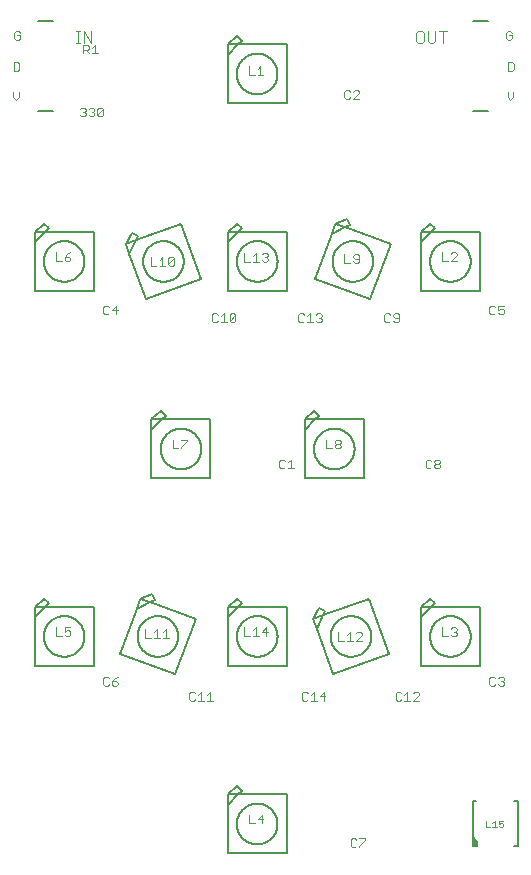
<source format=gto>
G75*
%MOIN*%
%OFA0B0*%
%FSLAX25Y25*%
%IPPOS*%
%LPD*%
%AMOC8*
5,1,8,0,0,1.08239X$1,22.5*
%
%ADD10C,0.00300*%
%ADD11C,0.00500*%
%ADD12C,0.00200*%
%ADD13C,0.00800*%
D10*
X0053851Y0092650D02*
X0053368Y0093134D01*
X0053368Y0095069D01*
X0053851Y0095552D01*
X0054819Y0095552D01*
X0055303Y0095069D01*
X0056314Y0094101D02*
X0056314Y0093134D01*
X0056798Y0092650D01*
X0057765Y0092650D01*
X0058249Y0093134D01*
X0058249Y0093617D01*
X0057765Y0094101D01*
X0056314Y0094101D01*
X0057282Y0095069D01*
X0058249Y0095552D01*
X0055303Y0093134D02*
X0054819Y0092650D01*
X0053851Y0092650D01*
X0041951Y0109225D02*
X0040984Y0109225D01*
X0040500Y0109709D01*
X0040500Y0110676D02*
X0041467Y0111160D01*
X0041951Y0111160D01*
X0042435Y0110676D01*
X0042435Y0109709D01*
X0041951Y0109225D01*
X0040500Y0110676D02*
X0040500Y0112127D01*
X0042435Y0112127D01*
X0039488Y0109225D02*
X0037553Y0109225D01*
X0037553Y0112127D01*
X0067330Y0111494D02*
X0067330Y0108591D01*
X0069265Y0108591D01*
X0070277Y0108591D02*
X0072212Y0108591D01*
X0071244Y0108591D02*
X0071244Y0111494D01*
X0070277Y0110526D01*
X0073223Y0110526D02*
X0074191Y0111494D01*
X0074191Y0108591D01*
X0075158Y0108591D02*
X0073223Y0108591D01*
X0082601Y0090552D02*
X0082118Y0090069D01*
X0082118Y0088134D01*
X0082601Y0087650D01*
X0083569Y0087650D01*
X0084053Y0088134D01*
X0085064Y0087650D02*
X0086999Y0087650D01*
X0086032Y0087650D02*
X0086032Y0090552D01*
X0085064Y0089585D01*
X0084053Y0090069D02*
X0083569Y0090552D01*
X0082601Y0090552D01*
X0088011Y0089585D02*
X0088978Y0090552D01*
X0088978Y0087650D01*
X0088011Y0087650D02*
X0089946Y0087650D01*
X0100455Y0109225D02*
X0102390Y0109225D01*
X0103402Y0109225D02*
X0105337Y0109225D01*
X0104369Y0109225D02*
X0104369Y0112127D01*
X0103402Y0111160D01*
X0106348Y0110676D02*
X0108283Y0110676D01*
X0107799Y0109225D02*
X0107799Y0112127D01*
X0106348Y0110676D01*
X0100455Y0112127D02*
X0100455Y0109225D01*
X0119618Y0090069D02*
X0119618Y0088134D01*
X0120101Y0087650D01*
X0121069Y0087650D01*
X0121553Y0088134D01*
X0122564Y0087650D02*
X0124499Y0087650D01*
X0123532Y0087650D02*
X0123532Y0090552D01*
X0122564Y0089585D01*
X0121553Y0090069D02*
X0121069Y0090552D01*
X0120101Y0090552D01*
X0119618Y0090069D01*
X0125511Y0089101D02*
X0127446Y0089101D01*
X0126962Y0087650D02*
X0126962Y0090552D01*
X0125511Y0089101D01*
X0131705Y0107650D02*
X0133640Y0107650D01*
X0134652Y0107650D02*
X0136587Y0107650D01*
X0135619Y0107650D02*
X0135619Y0110552D01*
X0134652Y0109585D01*
X0131705Y0110552D02*
X0131705Y0107650D01*
X0137598Y0107650D02*
X0139533Y0109585D01*
X0139533Y0110069D01*
X0139049Y0110552D01*
X0138082Y0110552D01*
X0137598Y0110069D01*
X0137598Y0107650D02*
X0139533Y0107650D01*
X0151351Y0090552D02*
X0150868Y0090069D01*
X0150868Y0088134D01*
X0151351Y0087650D01*
X0152319Y0087650D01*
X0152803Y0088134D01*
X0153814Y0087650D02*
X0155749Y0087650D01*
X0154782Y0087650D02*
X0154782Y0090552D01*
X0153814Y0089585D01*
X0152803Y0090069D02*
X0152319Y0090552D01*
X0151351Y0090552D01*
X0156761Y0090069D02*
X0157244Y0090552D01*
X0158212Y0090552D01*
X0158696Y0090069D01*
X0158696Y0089585D01*
X0156761Y0087650D01*
X0158696Y0087650D01*
X0166303Y0109225D02*
X0168238Y0109225D01*
X0169250Y0109709D02*
X0169734Y0109225D01*
X0170701Y0109225D01*
X0171185Y0109709D01*
X0171185Y0110192D01*
X0170701Y0110676D01*
X0170217Y0110676D01*
X0170701Y0110676D02*
X0171185Y0111160D01*
X0171185Y0111644D01*
X0170701Y0112127D01*
X0169734Y0112127D01*
X0169250Y0111644D01*
X0166303Y0112127D02*
X0166303Y0109225D01*
X0182118Y0095069D02*
X0182118Y0093134D01*
X0182601Y0092650D01*
X0183569Y0092650D01*
X0184053Y0093134D01*
X0185064Y0093134D02*
X0185548Y0092650D01*
X0186515Y0092650D01*
X0186999Y0093134D01*
X0186999Y0093617D01*
X0186515Y0094101D01*
X0186032Y0094101D01*
X0186515Y0094101D02*
X0186999Y0094585D01*
X0186999Y0095069D01*
X0186515Y0095552D01*
X0185548Y0095552D01*
X0185064Y0095069D01*
X0184053Y0095069D02*
X0183569Y0095552D01*
X0182601Y0095552D01*
X0182118Y0095069D01*
X0140749Y0041802D02*
X0140749Y0041319D01*
X0138814Y0039384D01*
X0138814Y0038900D01*
X0137803Y0039384D02*
X0137319Y0038900D01*
X0136351Y0038900D01*
X0135868Y0039384D01*
X0135868Y0041319D01*
X0136351Y0041802D01*
X0137319Y0041802D01*
X0137803Y0041319D01*
X0138814Y0041802D02*
X0140749Y0041802D01*
X0106785Y0048176D02*
X0104850Y0048176D01*
X0106301Y0049627D01*
X0106301Y0046725D01*
X0103838Y0046725D02*
X0101903Y0046725D01*
X0101903Y0049627D01*
X0112601Y0165150D02*
X0113569Y0165150D01*
X0114053Y0165634D01*
X0115064Y0165150D02*
X0116999Y0165150D01*
X0116032Y0165150D02*
X0116032Y0168052D01*
X0115064Y0167085D01*
X0114053Y0167569D02*
X0113569Y0168052D01*
X0112601Y0168052D01*
X0112118Y0167569D01*
X0112118Y0165634D01*
X0112601Y0165150D01*
X0127603Y0171725D02*
X0129538Y0171725D01*
X0130550Y0172209D02*
X0130550Y0172692D01*
X0131034Y0173176D01*
X0132001Y0173176D01*
X0132485Y0172692D01*
X0132485Y0172209D01*
X0132001Y0171725D01*
X0131034Y0171725D01*
X0130550Y0172209D01*
X0131034Y0173176D02*
X0130550Y0173660D01*
X0130550Y0174144D01*
X0131034Y0174627D01*
X0132001Y0174627D01*
X0132485Y0174144D01*
X0132485Y0173660D01*
X0132001Y0173176D01*
X0127603Y0174627D02*
X0127603Y0171725D01*
X0125712Y0213900D02*
X0124744Y0213900D01*
X0124261Y0214384D01*
X0123249Y0213900D02*
X0121314Y0213900D01*
X0122282Y0213900D02*
X0122282Y0216802D01*
X0121314Y0215835D01*
X0120303Y0216319D02*
X0119819Y0216802D01*
X0118851Y0216802D01*
X0118368Y0216319D01*
X0118368Y0214384D01*
X0118851Y0213900D01*
X0119819Y0213900D01*
X0120303Y0214384D01*
X0124261Y0216319D02*
X0124744Y0216802D01*
X0125712Y0216802D01*
X0126196Y0216319D01*
X0126196Y0215835D01*
X0125712Y0215351D01*
X0126196Y0214867D01*
X0126196Y0214384D01*
X0125712Y0213900D01*
X0125712Y0215351D02*
X0125228Y0215351D01*
X0133803Y0233591D02*
X0135738Y0233591D01*
X0136750Y0234075D02*
X0137234Y0233591D01*
X0138201Y0233591D01*
X0138685Y0234075D01*
X0138685Y0236010D01*
X0138201Y0236494D01*
X0137234Y0236494D01*
X0136750Y0236010D01*
X0136750Y0235526D01*
X0137234Y0235042D01*
X0138685Y0235042D01*
X0133803Y0236494D02*
X0133803Y0233591D01*
X0147601Y0216802D02*
X0147118Y0216319D01*
X0147118Y0214384D01*
X0147601Y0213900D01*
X0148569Y0213900D01*
X0149053Y0214384D01*
X0150064Y0214384D02*
X0150548Y0213900D01*
X0151515Y0213900D01*
X0151999Y0214384D01*
X0151999Y0216319D01*
X0151515Y0216802D01*
X0150548Y0216802D01*
X0150064Y0216319D01*
X0150064Y0215835D01*
X0150548Y0215351D01*
X0151999Y0215351D01*
X0149053Y0216319D02*
X0148569Y0216802D01*
X0147601Y0216802D01*
X0166303Y0234225D02*
X0168238Y0234225D01*
X0169250Y0234225D02*
X0171185Y0236160D01*
X0171185Y0236644D01*
X0170701Y0237127D01*
X0169734Y0237127D01*
X0169250Y0236644D01*
X0169250Y0234225D02*
X0171185Y0234225D01*
X0166303Y0234225D02*
X0166303Y0237127D01*
X0182601Y0219302D02*
X0182118Y0218819D01*
X0182118Y0216884D01*
X0182601Y0216400D01*
X0183569Y0216400D01*
X0184053Y0216884D01*
X0185064Y0216884D02*
X0185548Y0216400D01*
X0186515Y0216400D01*
X0186999Y0216884D01*
X0186999Y0217851D01*
X0186515Y0218335D01*
X0186032Y0218335D01*
X0185064Y0217851D01*
X0185064Y0219302D01*
X0186999Y0219302D01*
X0184053Y0218819D02*
X0183569Y0219302D01*
X0182601Y0219302D01*
X0165265Y0168052D02*
X0164298Y0168052D01*
X0163814Y0167569D01*
X0163814Y0167085D01*
X0164298Y0166601D01*
X0165265Y0166601D01*
X0165749Y0166117D01*
X0165749Y0165634D01*
X0165265Y0165150D01*
X0164298Y0165150D01*
X0163814Y0165634D01*
X0163814Y0166117D01*
X0164298Y0166601D01*
X0165265Y0166601D02*
X0165749Y0167085D01*
X0165749Y0167569D01*
X0165265Y0168052D01*
X0162803Y0167569D02*
X0162319Y0168052D01*
X0161351Y0168052D01*
X0160868Y0167569D01*
X0160868Y0165634D01*
X0161351Y0165150D01*
X0162319Y0165150D01*
X0162803Y0165634D01*
X0107799Y0234028D02*
X0106832Y0234028D01*
X0106348Y0234512D01*
X0105337Y0234028D02*
X0103402Y0234028D01*
X0104369Y0234028D02*
X0104369Y0236930D01*
X0103402Y0235963D01*
X0102390Y0234028D02*
X0100455Y0234028D01*
X0100455Y0236930D01*
X0106348Y0236447D02*
X0106832Y0236930D01*
X0107799Y0236930D01*
X0108283Y0236447D01*
X0108283Y0235963D01*
X0107799Y0235479D01*
X0108283Y0234995D01*
X0108283Y0234512D01*
X0107799Y0234028D01*
X0107799Y0235479D02*
X0107316Y0235479D01*
X0096962Y0216802D02*
X0097446Y0216319D01*
X0095511Y0214384D01*
X0095994Y0213900D01*
X0096962Y0213900D01*
X0097446Y0214384D01*
X0097446Y0216319D01*
X0096962Y0216802D02*
X0095994Y0216802D01*
X0095511Y0216319D01*
X0095511Y0214384D01*
X0094499Y0213900D02*
X0092564Y0213900D01*
X0093532Y0213900D02*
X0093532Y0216802D01*
X0092564Y0215835D01*
X0091553Y0216319D02*
X0091069Y0216802D01*
X0090101Y0216802D01*
X0089618Y0216319D01*
X0089618Y0214384D01*
X0090101Y0213900D01*
X0091069Y0213900D01*
X0091553Y0214384D01*
X0076549Y0232650D02*
X0075582Y0232650D01*
X0075098Y0233134D01*
X0077033Y0235069D01*
X0077033Y0233134D01*
X0076549Y0232650D01*
X0075098Y0233134D02*
X0075098Y0235069D01*
X0075582Y0235552D01*
X0076549Y0235552D01*
X0077033Y0235069D01*
X0074087Y0232650D02*
X0072152Y0232650D01*
X0073119Y0232650D02*
X0073119Y0235552D01*
X0072152Y0234585D01*
X0071140Y0232650D02*
X0069205Y0232650D01*
X0069205Y0235552D01*
X0058249Y0217851D02*
X0056314Y0217851D01*
X0057765Y0219302D01*
X0057765Y0216400D01*
X0055303Y0216884D02*
X0054819Y0216400D01*
X0053851Y0216400D01*
X0053368Y0216884D01*
X0053368Y0218819D01*
X0053851Y0219302D01*
X0054819Y0219302D01*
X0055303Y0218819D01*
X0041951Y0234225D02*
X0042435Y0234709D01*
X0042435Y0235192D01*
X0041951Y0235676D01*
X0040500Y0235676D01*
X0040500Y0234709D01*
X0040984Y0234225D01*
X0041951Y0234225D01*
X0040500Y0235676D02*
X0041467Y0236644D01*
X0042435Y0237127D01*
X0039488Y0234225D02*
X0037553Y0234225D01*
X0037553Y0237127D01*
X0046054Y0282446D02*
X0045571Y0282929D01*
X0046054Y0282446D02*
X0047022Y0282446D01*
X0047506Y0282929D01*
X0047506Y0283413D01*
X0047022Y0283897D01*
X0046538Y0283897D01*
X0047022Y0283897D02*
X0047506Y0284381D01*
X0047506Y0284864D01*
X0047022Y0285348D01*
X0046054Y0285348D01*
X0045571Y0284864D01*
X0048517Y0284864D02*
X0049001Y0285348D01*
X0049968Y0285348D01*
X0050452Y0284864D01*
X0050452Y0284381D01*
X0049968Y0283897D01*
X0050452Y0283413D01*
X0050452Y0282929D01*
X0049968Y0282446D01*
X0049001Y0282446D01*
X0048517Y0282929D01*
X0049485Y0283897D02*
X0049968Y0283897D01*
X0051464Y0284864D02*
X0051947Y0285348D01*
X0052915Y0285348D01*
X0053399Y0284864D01*
X0051464Y0282929D01*
X0051947Y0282446D01*
X0052915Y0282446D01*
X0053399Y0282929D01*
X0053399Y0284864D01*
X0051464Y0284864D02*
X0051464Y0282929D01*
X0051574Y0303446D02*
X0049639Y0303446D01*
X0050606Y0303446D02*
X0050606Y0306348D01*
X0049639Y0305381D01*
X0048627Y0305865D02*
X0048627Y0304897D01*
X0048144Y0304413D01*
X0046692Y0304413D01*
X0046692Y0303446D02*
X0046692Y0306348D01*
X0048144Y0306348D01*
X0048627Y0305865D01*
X0049430Y0307025D02*
X0049430Y0310928D01*
X0046828Y0310928D02*
X0049430Y0307025D01*
X0047660Y0304413D02*
X0048627Y0303446D01*
X0046828Y0307025D02*
X0046828Y0310928D01*
X0045551Y0310928D02*
X0044250Y0310928D01*
X0044901Y0310928D02*
X0044901Y0307025D01*
X0045551Y0307025D02*
X0044250Y0307025D01*
X0025738Y0308434D02*
X0025738Y0309401D01*
X0024771Y0309401D01*
X0025738Y0308434D02*
X0025255Y0307950D01*
X0024287Y0307950D01*
X0023803Y0308434D01*
X0023803Y0310369D01*
X0024287Y0310852D01*
X0025255Y0310852D01*
X0025738Y0310369D01*
X0024955Y0300477D02*
X0023503Y0300477D01*
X0023503Y0297575D01*
X0024955Y0297575D01*
X0025438Y0298059D01*
X0025438Y0299994D01*
X0024955Y0300477D01*
X0025288Y0290677D02*
X0025288Y0288742D01*
X0024321Y0287775D01*
X0023353Y0288742D01*
X0023353Y0290677D01*
X0076503Y0174627D02*
X0076503Y0171725D01*
X0078438Y0171725D01*
X0079450Y0171725D02*
X0079450Y0172209D01*
X0081385Y0174144D01*
X0081385Y0174627D01*
X0079450Y0174627D01*
X0134301Y0288300D02*
X0135269Y0288300D01*
X0135753Y0288784D01*
X0136764Y0288300D02*
X0138699Y0290235D01*
X0138699Y0290719D01*
X0138215Y0291202D01*
X0137248Y0291202D01*
X0136764Y0290719D01*
X0135753Y0290719D02*
X0135269Y0291202D01*
X0134301Y0291202D01*
X0133818Y0290719D01*
X0133818Y0288784D01*
X0134301Y0288300D01*
X0136764Y0288300D02*
X0138699Y0288300D01*
X0157648Y0307676D02*
X0158299Y0307025D01*
X0159600Y0307025D01*
X0160250Y0307676D01*
X0160250Y0310278D01*
X0159600Y0310928D01*
X0158299Y0310928D01*
X0157648Y0310278D01*
X0157648Y0307676D01*
X0161515Y0307676D02*
X0162166Y0307025D01*
X0163467Y0307025D01*
X0164118Y0307676D01*
X0164118Y0310928D01*
X0165383Y0310928D02*
X0167985Y0310928D01*
X0166684Y0310928D02*
X0166684Y0307025D01*
X0161515Y0307676D02*
X0161515Y0310928D01*
X0187700Y0310369D02*
X0187700Y0308434D01*
X0188184Y0307950D01*
X0189151Y0307950D01*
X0189635Y0308434D01*
X0189635Y0309401D01*
X0188667Y0309401D01*
X0187700Y0310369D02*
X0188184Y0310852D01*
X0189151Y0310852D01*
X0189635Y0310369D01*
X0189776Y0300477D02*
X0188325Y0300477D01*
X0188325Y0297575D01*
X0189776Y0297575D01*
X0190260Y0298059D01*
X0190260Y0299994D01*
X0189776Y0300477D01*
X0190110Y0290677D02*
X0190110Y0288742D01*
X0189142Y0287775D01*
X0188175Y0288742D01*
X0188175Y0290677D01*
X0106785Y0296225D02*
X0104850Y0296225D01*
X0105817Y0296225D02*
X0105817Y0299127D01*
X0104850Y0298160D01*
X0103838Y0296225D02*
X0101903Y0296225D01*
X0101903Y0299127D01*
D11*
X0097927Y0296600D02*
X0097929Y0296766D01*
X0097935Y0296932D01*
X0097945Y0297098D01*
X0097960Y0297264D01*
X0097978Y0297429D01*
X0098000Y0297594D01*
X0098027Y0297758D01*
X0098057Y0297921D01*
X0098092Y0298084D01*
X0098130Y0298246D01*
X0098172Y0298406D01*
X0098219Y0298566D01*
X0098269Y0298725D01*
X0098323Y0298882D01*
X0098381Y0299038D01*
X0098443Y0299192D01*
X0098508Y0299345D01*
X0098577Y0299496D01*
X0098650Y0299645D01*
X0098727Y0299793D01*
X0098807Y0299938D01*
X0098891Y0300082D01*
X0098978Y0300224D01*
X0099068Y0300363D01*
X0099162Y0300500D01*
X0099260Y0300635D01*
X0099361Y0300767D01*
X0099464Y0300897D01*
X0099571Y0301024D01*
X0099682Y0301148D01*
X0099795Y0301270D01*
X0099911Y0301389D01*
X0100030Y0301505D01*
X0100152Y0301618D01*
X0100276Y0301729D01*
X0100403Y0301836D01*
X0100533Y0301939D01*
X0100665Y0302040D01*
X0100800Y0302138D01*
X0100937Y0302232D01*
X0101076Y0302322D01*
X0101218Y0302409D01*
X0101362Y0302493D01*
X0101507Y0302573D01*
X0101655Y0302650D01*
X0101804Y0302723D01*
X0101955Y0302792D01*
X0102108Y0302857D01*
X0102262Y0302919D01*
X0102418Y0302977D01*
X0102575Y0303031D01*
X0102734Y0303081D01*
X0102894Y0303128D01*
X0103054Y0303170D01*
X0103216Y0303208D01*
X0103379Y0303243D01*
X0103542Y0303273D01*
X0103706Y0303300D01*
X0103871Y0303322D01*
X0104036Y0303340D01*
X0104202Y0303355D01*
X0104368Y0303365D01*
X0104534Y0303371D01*
X0104700Y0303373D01*
X0104866Y0303371D01*
X0105032Y0303365D01*
X0105198Y0303355D01*
X0105364Y0303340D01*
X0105529Y0303322D01*
X0105694Y0303300D01*
X0105858Y0303273D01*
X0106021Y0303243D01*
X0106184Y0303208D01*
X0106346Y0303170D01*
X0106506Y0303128D01*
X0106666Y0303081D01*
X0106825Y0303031D01*
X0106982Y0302977D01*
X0107138Y0302919D01*
X0107292Y0302857D01*
X0107445Y0302792D01*
X0107596Y0302723D01*
X0107745Y0302650D01*
X0107893Y0302573D01*
X0108038Y0302493D01*
X0108182Y0302409D01*
X0108324Y0302322D01*
X0108463Y0302232D01*
X0108600Y0302138D01*
X0108735Y0302040D01*
X0108867Y0301939D01*
X0108997Y0301836D01*
X0109124Y0301729D01*
X0109248Y0301618D01*
X0109370Y0301505D01*
X0109489Y0301389D01*
X0109605Y0301270D01*
X0109718Y0301148D01*
X0109829Y0301024D01*
X0109936Y0300897D01*
X0110039Y0300767D01*
X0110140Y0300635D01*
X0110238Y0300500D01*
X0110332Y0300363D01*
X0110422Y0300224D01*
X0110509Y0300082D01*
X0110593Y0299938D01*
X0110673Y0299793D01*
X0110750Y0299645D01*
X0110823Y0299496D01*
X0110892Y0299345D01*
X0110957Y0299192D01*
X0111019Y0299038D01*
X0111077Y0298882D01*
X0111131Y0298725D01*
X0111181Y0298566D01*
X0111228Y0298406D01*
X0111270Y0298246D01*
X0111308Y0298084D01*
X0111343Y0297921D01*
X0111373Y0297758D01*
X0111400Y0297594D01*
X0111422Y0297429D01*
X0111440Y0297264D01*
X0111455Y0297098D01*
X0111465Y0296932D01*
X0111471Y0296766D01*
X0111473Y0296600D01*
X0111471Y0296434D01*
X0111465Y0296268D01*
X0111455Y0296102D01*
X0111440Y0295936D01*
X0111422Y0295771D01*
X0111400Y0295606D01*
X0111373Y0295442D01*
X0111343Y0295279D01*
X0111308Y0295116D01*
X0111270Y0294954D01*
X0111228Y0294794D01*
X0111181Y0294634D01*
X0111131Y0294475D01*
X0111077Y0294318D01*
X0111019Y0294162D01*
X0110957Y0294008D01*
X0110892Y0293855D01*
X0110823Y0293704D01*
X0110750Y0293555D01*
X0110673Y0293407D01*
X0110593Y0293262D01*
X0110509Y0293118D01*
X0110422Y0292976D01*
X0110332Y0292837D01*
X0110238Y0292700D01*
X0110140Y0292565D01*
X0110039Y0292433D01*
X0109936Y0292303D01*
X0109829Y0292176D01*
X0109718Y0292052D01*
X0109605Y0291930D01*
X0109489Y0291811D01*
X0109370Y0291695D01*
X0109248Y0291582D01*
X0109124Y0291471D01*
X0108997Y0291364D01*
X0108867Y0291261D01*
X0108735Y0291160D01*
X0108600Y0291062D01*
X0108463Y0290968D01*
X0108324Y0290878D01*
X0108182Y0290791D01*
X0108038Y0290707D01*
X0107893Y0290627D01*
X0107745Y0290550D01*
X0107596Y0290477D01*
X0107445Y0290408D01*
X0107292Y0290343D01*
X0107138Y0290281D01*
X0106982Y0290223D01*
X0106825Y0290169D01*
X0106666Y0290119D01*
X0106506Y0290072D01*
X0106346Y0290030D01*
X0106184Y0289992D01*
X0106021Y0289957D01*
X0105858Y0289927D01*
X0105694Y0289900D01*
X0105529Y0289878D01*
X0105364Y0289860D01*
X0105198Y0289845D01*
X0105032Y0289835D01*
X0104866Y0289829D01*
X0104700Y0289827D01*
X0104534Y0289829D01*
X0104368Y0289835D01*
X0104202Y0289845D01*
X0104036Y0289860D01*
X0103871Y0289878D01*
X0103706Y0289900D01*
X0103542Y0289927D01*
X0103379Y0289957D01*
X0103216Y0289992D01*
X0103054Y0290030D01*
X0102894Y0290072D01*
X0102734Y0290119D01*
X0102575Y0290169D01*
X0102418Y0290223D01*
X0102262Y0290281D01*
X0102108Y0290343D01*
X0101955Y0290408D01*
X0101804Y0290477D01*
X0101655Y0290550D01*
X0101507Y0290627D01*
X0101362Y0290707D01*
X0101218Y0290791D01*
X0101076Y0290878D01*
X0100937Y0290968D01*
X0100800Y0291062D01*
X0100665Y0291160D01*
X0100533Y0291261D01*
X0100403Y0291364D01*
X0100276Y0291471D01*
X0100152Y0291582D01*
X0100030Y0291695D01*
X0099911Y0291811D01*
X0099795Y0291930D01*
X0099682Y0292052D01*
X0099571Y0292176D01*
X0099464Y0292303D01*
X0099361Y0292433D01*
X0099260Y0292565D01*
X0099162Y0292700D01*
X0099068Y0292837D01*
X0098978Y0292976D01*
X0098891Y0293118D01*
X0098807Y0293262D01*
X0098727Y0293407D01*
X0098650Y0293555D01*
X0098577Y0293704D01*
X0098508Y0293855D01*
X0098443Y0294008D01*
X0098381Y0294162D01*
X0098323Y0294318D01*
X0098269Y0294475D01*
X0098219Y0294634D01*
X0098172Y0294794D01*
X0098130Y0294954D01*
X0098092Y0295116D01*
X0098057Y0295279D01*
X0098027Y0295442D01*
X0098000Y0295606D01*
X0097978Y0295771D01*
X0097960Y0295936D01*
X0097945Y0296102D01*
X0097935Y0296268D01*
X0097929Y0296434D01*
X0097927Y0296600D01*
X0094857Y0302899D02*
X0098401Y0306443D01*
X0099582Y0307624D01*
X0098007Y0309198D01*
X0094857Y0306443D01*
X0098401Y0306443D01*
X0114543Y0306443D01*
X0114543Y0286757D01*
X0094857Y0286757D01*
X0094857Y0302899D01*
X0094857Y0306443D01*
X0098032Y0246698D02*
X0094882Y0243943D01*
X0098426Y0243943D01*
X0099607Y0245124D01*
X0098032Y0246698D01*
X0098426Y0243943D02*
X0094882Y0240399D01*
X0094882Y0243943D01*
X0094882Y0240399D02*
X0094882Y0224257D01*
X0114568Y0224257D01*
X0114568Y0243943D01*
X0098426Y0243943D01*
X0097952Y0234100D02*
X0097954Y0234266D01*
X0097960Y0234432D01*
X0097970Y0234598D01*
X0097985Y0234764D01*
X0098003Y0234929D01*
X0098025Y0235094D01*
X0098052Y0235258D01*
X0098082Y0235421D01*
X0098117Y0235584D01*
X0098155Y0235746D01*
X0098197Y0235906D01*
X0098244Y0236066D01*
X0098294Y0236225D01*
X0098348Y0236382D01*
X0098406Y0236538D01*
X0098468Y0236692D01*
X0098533Y0236845D01*
X0098602Y0236996D01*
X0098675Y0237145D01*
X0098752Y0237293D01*
X0098832Y0237438D01*
X0098916Y0237582D01*
X0099003Y0237724D01*
X0099093Y0237863D01*
X0099187Y0238000D01*
X0099285Y0238135D01*
X0099386Y0238267D01*
X0099489Y0238397D01*
X0099596Y0238524D01*
X0099707Y0238648D01*
X0099820Y0238770D01*
X0099936Y0238889D01*
X0100055Y0239005D01*
X0100177Y0239118D01*
X0100301Y0239229D01*
X0100428Y0239336D01*
X0100558Y0239439D01*
X0100690Y0239540D01*
X0100825Y0239638D01*
X0100962Y0239732D01*
X0101101Y0239822D01*
X0101243Y0239909D01*
X0101387Y0239993D01*
X0101532Y0240073D01*
X0101680Y0240150D01*
X0101829Y0240223D01*
X0101980Y0240292D01*
X0102133Y0240357D01*
X0102287Y0240419D01*
X0102443Y0240477D01*
X0102600Y0240531D01*
X0102759Y0240581D01*
X0102919Y0240628D01*
X0103079Y0240670D01*
X0103241Y0240708D01*
X0103404Y0240743D01*
X0103567Y0240773D01*
X0103731Y0240800D01*
X0103896Y0240822D01*
X0104061Y0240840D01*
X0104227Y0240855D01*
X0104393Y0240865D01*
X0104559Y0240871D01*
X0104725Y0240873D01*
X0104891Y0240871D01*
X0105057Y0240865D01*
X0105223Y0240855D01*
X0105389Y0240840D01*
X0105554Y0240822D01*
X0105719Y0240800D01*
X0105883Y0240773D01*
X0106046Y0240743D01*
X0106209Y0240708D01*
X0106371Y0240670D01*
X0106531Y0240628D01*
X0106691Y0240581D01*
X0106850Y0240531D01*
X0107007Y0240477D01*
X0107163Y0240419D01*
X0107317Y0240357D01*
X0107470Y0240292D01*
X0107621Y0240223D01*
X0107770Y0240150D01*
X0107918Y0240073D01*
X0108063Y0239993D01*
X0108207Y0239909D01*
X0108349Y0239822D01*
X0108488Y0239732D01*
X0108625Y0239638D01*
X0108760Y0239540D01*
X0108892Y0239439D01*
X0109022Y0239336D01*
X0109149Y0239229D01*
X0109273Y0239118D01*
X0109395Y0239005D01*
X0109514Y0238889D01*
X0109630Y0238770D01*
X0109743Y0238648D01*
X0109854Y0238524D01*
X0109961Y0238397D01*
X0110064Y0238267D01*
X0110165Y0238135D01*
X0110263Y0238000D01*
X0110357Y0237863D01*
X0110447Y0237724D01*
X0110534Y0237582D01*
X0110618Y0237438D01*
X0110698Y0237293D01*
X0110775Y0237145D01*
X0110848Y0236996D01*
X0110917Y0236845D01*
X0110982Y0236692D01*
X0111044Y0236538D01*
X0111102Y0236382D01*
X0111156Y0236225D01*
X0111206Y0236066D01*
X0111253Y0235906D01*
X0111295Y0235746D01*
X0111333Y0235584D01*
X0111368Y0235421D01*
X0111398Y0235258D01*
X0111425Y0235094D01*
X0111447Y0234929D01*
X0111465Y0234764D01*
X0111480Y0234598D01*
X0111490Y0234432D01*
X0111496Y0234266D01*
X0111498Y0234100D01*
X0111496Y0233934D01*
X0111490Y0233768D01*
X0111480Y0233602D01*
X0111465Y0233436D01*
X0111447Y0233271D01*
X0111425Y0233106D01*
X0111398Y0232942D01*
X0111368Y0232779D01*
X0111333Y0232616D01*
X0111295Y0232454D01*
X0111253Y0232294D01*
X0111206Y0232134D01*
X0111156Y0231975D01*
X0111102Y0231818D01*
X0111044Y0231662D01*
X0110982Y0231508D01*
X0110917Y0231355D01*
X0110848Y0231204D01*
X0110775Y0231055D01*
X0110698Y0230907D01*
X0110618Y0230762D01*
X0110534Y0230618D01*
X0110447Y0230476D01*
X0110357Y0230337D01*
X0110263Y0230200D01*
X0110165Y0230065D01*
X0110064Y0229933D01*
X0109961Y0229803D01*
X0109854Y0229676D01*
X0109743Y0229552D01*
X0109630Y0229430D01*
X0109514Y0229311D01*
X0109395Y0229195D01*
X0109273Y0229082D01*
X0109149Y0228971D01*
X0109022Y0228864D01*
X0108892Y0228761D01*
X0108760Y0228660D01*
X0108625Y0228562D01*
X0108488Y0228468D01*
X0108349Y0228378D01*
X0108207Y0228291D01*
X0108063Y0228207D01*
X0107918Y0228127D01*
X0107770Y0228050D01*
X0107621Y0227977D01*
X0107470Y0227908D01*
X0107317Y0227843D01*
X0107163Y0227781D01*
X0107007Y0227723D01*
X0106850Y0227669D01*
X0106691Y0227619D01*
X0106531Y0227572D01*
X0106371Y0227530D01*
X0106209Y0227492D01*
X0106046Y0227457D01*
X0105883Y0227427D01*
X0105719Y0227400D01*
X0105554Y0227378D01*
X0105389Y0227360D01*
X0105223Y0227345D01*
X0105057Y0227335D01*
X0104891Y0227329D01*
X0104725Y0227327D01*
X0104559Y0227329D01*
X0104393Y0227335D01*
X0104227Y0227345D01*
X0104061Y0227360D01*
X0103896Y0227378D01*
X0103731Y0227400D01*
X0103567Y0227427D01*
X0103404Y0227457D01*
X0103241Y0227492D01*
X0103079Y0227530D01*
X0102919Y0227572D01*
X0102759Y0227619D01*
X0102600Y0227669D01*
X0102443Y0227723D01*
X0102287Y0227781D01*
X0102133Y0227843D01*
X0101980Y0227908D01*
X0101829Y0227977D01*
X0101680Y0228050D01*
X0101532Y0228127D01*
X0101387Y0228207D01*
X0101243Y0228291D01*
X0101101Y0228378D01*
X0100962Y0228468D01*
X0100825Y0228562D01*
X0100690Y0228660D01*
X0100558Y0228761D01*
X0100428Y0228864D01*
X0100301Y0228971D01*
X0100177Y0229082D01*
X0100055Y0229195D01*
X0099936Y0229311D01*
X0099820Y0229430D01*
X0099707Y0229552D01*
X0099596Y0229676D01*
X0099489Y0229803D01*
X0099386Y0229933D01*
X0099285Y0230065D01*
X0099187Y0230200D01*
X0099093Y0230337D01*
X0099003Y0230476D01*
X0098916Y0230618D01*
X0098832Y0230762D01*
X0098752Y0230907D01*
X0098675Y0231055D01*
X0098602Y0231204D01*
X0098533Y0231355D01*
X0098468Y0231508D01*
X0098406Y0231662D01*
X0098348Y0231818D01*
X0098294Y0231975D01*
X0098244Y0232134D01*
X0098197Y0232294D01*
X0098155Y0232454D01*
X0098117Y0232616D01*
X0098082Y0232779D01*
X0098052Y0232942D01*
X0098025Y0233106D01*
X0098003Y0233271D01*
X0097985Y0233436D01*
X0097970Y0233602D01*
X0097960Y0233768D01*
X0097954Y0233934D01*
X0097952Y0234100D01*
X0086090Y0228217D02*
X0079358Y0246715D01*
X0064189Y0241194D01*
X0064895Y0242708D01*
X0062877Y0243650D01*
X0060860Y0239983D01*
X0064189Y0241194D01*
X0062072Y0236653D01*
X0060860Y0239983D01*
X0062072Y0236653D02*
X0067592Y0221485D01*
X0086090Y0228217D01*
X0066702Y0234100D02*
X0066704Y0234266D01*
X0066710Y0234432D01*
X0066720Y0234598D01*
X0066735Y0234764D01*
X0066753Y0234929D01*
X0066775Y0235094D01*
X0066802Y0235258D01*
X0066832Y0235421D01*
X0066867Y0235584D01*
X0066905Y0235746D01*
X0066947Y0235906D01*
X0066994Y0236066D01*
X0067044Y0236225D01*
X0067098Y0236382D01*
X0067156Y0236538D01*
X0067218Y0236692D01*
X0067283Y0236845D01*
X0067352Y0236996D01*
X0067425Y0237145D01*
X0067502Y0237293D01*
X0067582Y0237438D01*
X0067666Y0237582D01*
X0067753Y0237724D01*
X0067843Y0237863D01*
X0067937Y0238000D01*
X0068035Y0238135D01*
X0068136Y0238267D01*
X0068239Y0238397D01*
X0068346Y0238524D01*
X0068457Y0238648D01*
X0068570Y0238770D01*
X0068686Y0238889D01*
X0068805Y0239005D01*
X0068927Y0239118D01*
X0069051Y0239229D01*
X0069178Y0239336D01*
X0069308Y0239439D01*
X0069440Y0239540D01*
X0069575Y0239638D01*
X0069712Y0239732D01*
X0069851Y0239822D01*
X0069993Y0239909D01*
X0070137Y0239993D01*
X0070282Y0240073D01*
X0070430Y0240150D01*
X0070579Y0240223D01*
X0070730Y0240292D01*
X0070883Y0240357D01*
X0071037Y0240419D01*
X0071193Y0240477D01*
X0071350Y0240531D01*
X0071509Y0240581D01*
X0071669Y0240628D01*
X0071829Y0240670D01*
X0071991Y0240708D01*
X0072154Y0240743D01*
X0072317Y0240773D01*
X0072481Y0240800D01*
X0072646Y0240822D01*
X0072811Y0240840D01*
X0072977Y0240855D01*
X0073143Y0240865D01*
X0073309Y0240871D01*
X0073475Y0240873D01*
X0073641Y0240871D01*
X0073807Y0240865D01*
X0073973Y0240855D01*
X0074139Y0240840D01*
X0074304Y0240822D01*
X0074469Y0240800D01*
X0074633Y0240773D01*
X0074796Y0240743D01*
X0074959Y0240708D01*
X0075121Y0240670D01*
X0075281Y0240628D01*
X0075441Y0240581D01*
X0075600Y0240531D01*
X0075757Y0240477D01*
X0075913Y0240419D01*
X0076067Y0240357D01*
X0076220Y0240292D01*
X0076371Y0240223D01*
X0076520Y0240150D01*
X0076668Y0240073D01*
X0076813Y0239993D01*
X0076957Y0239909D01*
X0077099Y0239822D01*
X0077238Y0239732D01*
X0077375Y0239638D01*
X0077510Y0239540D01*
X0077642Y0239439D01*
X0077772Y0239336D01*
X0077899Y0239229D01*
X0078023Y0239118D01*
X0078145Y0239005D01*
X0078264Y0238889D01*
X0078380Y0238770D01*
X0078493Y0238648D01*
X0078604Y0238524D01*
X0078711Y0238397D01*
X0078814Y0238267D01*
X0078915Y0238135D01*
X0079013Y0238000D01*
X0079107Y0237863D01*
X0079197Y0237724D01*
X0079284Y0237582D01*
X0079368Y0237438D01*
X0079448Y0237293D01*
X0079525Y0237145D01*
X0079598Y0236996D01*
X0079667Y0236845D01*
X0079732Y0236692D01*
X0079794Y0236538D01*
X0079852Y0236382D01*
X0079906Y0236225D01*
X0079956Y0236066D01*
X0080003Y0235906D01*
X0080045Y0235746D01*
X0080083Y0235584D01*
X0080118Y0235421D01*
X0080148Y0235258D01*
X0080175Y0235094D01*
X0080197Y0234929D01*
X0080215Y0234764D01*
X0080230Y0234598D01*
X0080240Y0234432D01*
X0080246Y0234266D01*
X0080248Y0234100D01*
X0080246Y0233934D01*
X0080240Y0233768D01*
X0080230Y0233602D01*
X0080215Y0233436D01*
X0080197Y0233271D01*
X0080175Y0233106D01*
X0080148Y0232942D01*
X0080118Y0232779D01*
X0080083Y0232616D01*
X0080045Y0232454D01*
X0080003Y0232294D01*
X0079956Y0232134D01*
X0079906Y0231975D01*
X0079852Y0231818D01*
X0079794Y0231662D01*
X0079732Y0231508D01*
X0079667Y0231355D01*
X0079598Y0231204D01*
X0079525Y0231055D01*
X0079448Y0230907D01*
X0079368Y0230762D01*
X0079284Y0230618D01*
X0079197Y0230476D01*
X0079107Y0230337D01*
X0079013Y0230200D01*
X0078915Y0230065D01*
X0078814Y0229933D01*
X0078711Y0229803D01*
X0078604Y0229676D01*
X0078493Y0229552D01*
X0078380Y0229430D01*
X0078264Y0229311D01*
X0078145Y0229195D01*
X0078023Y0229082D01*
X0077899Y0228971D01*
X0077772Y0228864D01*
X0077642Y0228761D01*
X0077510Y0228660D01*
X0077375Y0228562D01*
X0077238Y0228468D01*
X0077099Y0228378D01*
X0076957Y0228291D01*
X0076813Y0228207D01*
X0076668Y0228127D01*
X0076520Y0228050D01*
X0076371Y0227977D01*
X0076220Y0227908D01*
X0076067Y0227843D01*
X0075913Y0227781D01*
X0075757Y0227723D01*
X0075600Y0227669D01*
X0075441Y0227619D01*
X0075281Y0227572D01*
X0075121Y0227530D01*
X0074959Y0227492D01*
X0074796Y0227457D01*
X0074633Y0227427D01*
X0074469Y0227400D01*
X0074304Y0227378D01*
X0074139Y0227360D01*
X0073973Y0227345D01*
X0073807Y0227335D01*
X0073641Y0227329D01*
X0073475Y0227327D01*
X0073309Y0227329D01*
X0073143Y0227335D01*
X0072977Y0227345D01*
X0072811Y0227360D01*
X0072646Y0227378D01*
X0072481Y0227400D01*
X0072317Y0227427D01*
X0072154Y0227457D01*
X0071991Y0227492D01*
X0071829Y0227530D01*
X0071669Y0227572D01*
X0071509Y0227619D01*
X0071350Y0227669D01*
X0071193Y0227723D01*
X0071037Y0227781D01*
X0070883Y0227843D01*
X0070730Y0227908D01*
X0070579Y0227977D01*
X0070430Y0228050D01*
X0070282Y0228127D01*
X0070137Y0228207D01*
X0069993Y0228291D01*
X0069851Y0228378D01*
X0069712Y0228468D01*
X0069575Y0228562D01*
X0069440Y0228660D01*
X0069308Y0228761D01*
X0069178Y0228864D01*
X0069051Y0228971D01*
X0068927Y0229082D01*
X0068805Y0229195D01*
X0068686Y0229311D01*
X0068570Y0229430D01*
X0068457Y0229552D01*
X0068346Y0229676D01*
X0068239Y0229803D01*
X0068136Y0229933D01*
X0068035Y0230065D01*
X0067937Y0230200D01*
X0067843Y0230337D01*
X0067753Y0230476D01*
X0067666Y0230618D01*
X0067582Y0230762D01*
X0067502Y0230907D01*
X0067425Y0231055D01*
X0067352Y0231204D01*
X0067283Y0231355D01*
X0067218Y0231508D01*
X0067156Y0231662D01*
X0067098Y0231818D01*
X0067044Y0231975D01*
X0066994Y0232134D01*
X0066947Y0232294D01*
X0066905Y0232454D01*
X0066867Y0232616D01*
X0066832Y0232779D01*
X0066802Y0232942D01*
X0066775Y0233106D01*
X0066753Y0233271D01*
X0066735Y0233436D01*
X0066720Y0233602D01*
X0066710Y0233768D01*
X0066704Y0233934D01*
X0066702Y0234100D01*
X0050193Y0243943D02*
X0050193Y0224257D01*
X0030507Y0224257D01*
X0030507Y0240399D01*
X0034051Y0243943D01*
X0035232Y0245124D01*
X0033657Y0246698D01*
X0030507Y0243943D01*
X0034051Y0243943D01*
X0050193Y0243943D01*
X0033577Y0234100D02*
X0033579Y0234266D01*
X0033585Y0234432D01*
X0033595Y0234598D01*
X0033610Y0234764D01*
X0033628Y0234929D01*
X0033650Y0235094D01*
X0033677Y0235258D01*
X0033707Y0235421D01*
X0033742Y0235584D01*
X0033780Y0235746D01*
X0033822Y0235906D01*
X0033869Y0236066D01*
X0033919Y0236225D01*
X0033973Y0236382D01*
X0034031Y0236538D01*
X0034093Y0236692D01*
X0034158Y0236845D01*
X0034227Y0236996D01*
X0034300Y0237145D01*
X0034377Y0237293D01*
X0034457Y0237438D01*
X0034541Y0237582D01*
X0034628Y0237724D01*
X0034718Y0237863D01*
X0034812Y0238000D01*
X0034910Y0238135D01*
X0035011Y0238267D01*
X0035114Y0238397D01*
X0035221Y0238524D01*
X0035332Y0238648D01*
X0035445Y0238770D01*
X0035561Y0238889D01*
X0035680Y0239005D01*
X0035802Y0239118D01*
X0035926Y0239229D01*
X0036053Y0239336D01*
X0036183Y0239439D01*
X0036315Y0239540D01*
X0036450Y0239638D01*
X0036587Y0239732D01*
X0036726Y0239822D01*
X0036868Y0239909D01*
X0037012Y0239993D01*
X0037157Y0240073D01*
X0037305Y0240150D01*
X0037454Y0240223D01*
X0037605Y0240292D01*
X0037758Y0240357D01*
X0037912Y0240419D01*
X0038068Y0240477D01*
X0038225Y0240531D01*
X0038384Y0240581D01*
X0038544Y0240628D01*
X0038704Y0240670D01*
X0038866Y0240708D01*
X0039029Y0240743D01*
X0039192Y0240773D01*
X0039356Y0240800D01*
X0039521Y0240822D01*
X0039686Y0240840D01*
X0039852Y0240855D01*
X0040018Y0240865D01*
X0040184Y0240871D01*
X0040350Y0240873D01*
X0040516Y0240871D01*
X0040682Y0240865D01*
X0040848Y0240855D01*
X0041014Y0240840D01*
X0041179Y0240822D01*
X0041344Y0240800D01*
X0041508Y0240773D01*
X0041671Y0240743D01*
X0041834Y0240708D01*
X0041996Y0240670D01*
X0042156Y0240628D01*
X0042316Y0240581D01*
X0042475Y0240531D01*
X0042632Y0240477D01*
X0042788Y0240419D01*
X0042942Y0240357D01*
X0043095Y0240292D01*
X0043246Y0240223D01*
X0043395Y0240150D01*
X0043543Y0240073D01*
X0043688Y0239993D01*
X0043832Y0239909D01*
X0043974Y0239822D01*
X0044113Y0239732D01*
X0044250Y0239638D01*
X0044385Y0239540D01*
X0044517Y0239439D01*
X0044647Y0239336D01*
X0044774Y0239229D01*
X0044898Y0239118D01*
X0045020Y0239005D01*
X0045139Y0238889D01*
X0045255Y0238770D01*
X0045368Y0238648D01*
X0045479Y0238524D01*
X0045586Y0238397D01*
X0045689Y0238267D01*
X0045790Y0238135D01*
X0045888Y0238000D01*
X0045982Y0237863D01*
X0046072Y0237724D01*
X0046159Y0237582D01*
X0046243Y0237438D01*
X0046323Y0237293D01*
X0046400Y0237145D01*
X0046473Y0236996D01*
X0046542Y0236845D01*
X0046607Y0236692D01*
X0046669Y0236538D01*
X0046727Y0236382D01*
X0046781Y0236225D01*
X0046831Y0236066D01*
X0046878Y0235906D01*
X0046920Y0235746D01*
X0046958Y0235584D01*
X0046993Y0235421D01*
X0047023Y0235258D01*
X0047050Y0235094D01*
X0047072Y0234929D01*
X0047090Y0234764D01*
X0047105Y0234598D01*
X0047115Y0234432D01*
X0047121Y0234266D01*
X0047123Y0234100D01*
X0047121Y0233934D01*
X0047115Y0233768D01*
X0047105Y0233602D01*
X0047090Y0233436D01*
X0047072Y0233271D01*
X0047050Y0233106D01*
X0047023Y0232942D01*
X0046993Y0232779D01*
X0046958Y0232616D01*
X0046920Y0232454D01*
X0046878Y0232294D01*
X0046831Y0232134D01*
X0046781Y0231975D01*
X0046727Y0231818D01*
X0046669Y0231662D01*
X0046607Y0231508D01*
X0046542Y0231355D01*
X0046473Y0231204D01*
X0046400Y0231055D01*
X0046323Y0230907D01*
X0046243Y0230762D01*
X0046159Y0230618D01*
X0046072Y0230476D01*
X0045982Y0230337D01*
X0045888Y0230200D01*
X0045790Y0230065D01*
X0045689Y0229933D01*
X0045586Y0229803D01*
X0045479Y0229676D01*
X0045368Y0229552D01*
X0045255Y0229430D01*
X0045139Y0229311D01*
X0045020Y0229195D01*
X0044898Y0229082D01*
X0044774Y0228971D01*
X0044647Y0228864D01*
X0044517Y0228761D01*
X0044385Y0228660D01*
X0044250Y0228562D01*
X0044113Y0228468D01*
X0043974Y0228378D01*
X0043832Y0228291D01*
X0043688Y0228207D01*
X0043543Y0228127D01*
X0043395Y0228050D01*
X0043246Y0227977D01*
X0043095Y0227908D01*
X0042942Y0227843D01*
X0042788Y0227781D01*
X0042632Y0227723D01*
X0042475Y0227669D01*
X0042316Y0227619D01*
X0042156Y0227572D01*
X0041996Y0227530D01*
X0041834Y0227492D01*
X0041671Y0227457D01*
X0041508Y0227427D01*
X0041344Y0227400D01*
X0041179Y0227378D01*
X0041014Y0227360D01*
X0040848Y0227345D01*
X0040682Y0227335D01*
X0040516Y0227329D01*
X0040350Y0227327D01*
X0040184Y0227329D01*
X0040018Y0227335D01*
X0039852Y0227345D01*
X0039686Y0227360D01*
X0039521Y0227378D01*
X0039356Y0227400D01*
X0039192Y0227427D01*
X0039029Y0227457D01*
X0038866Y0227492D01*
X0038704Y0227530D01*
X0038544Y0227572D01*
X0038384Y0227619D01*
X0038225Y0227669D01*
X0038068Y0227723D01*
X0037912Y0227781D01*
X0037758Y0227843D01*
X0037605Y0227908D01*
X0037454Y0227977D01*
X0037305Y0228050D01*
X0037157Y0228127D01*
X0037012Y0228207D01*
X0036868Y0228291D01*
X0036726Y0228378D01*
X0036587Y0228468D01*
X0036450Y0228562D01*
X0036315Y0228660D01*
X0036183Y0228761D01*
X0036053Y0228864D01*
X0035926Y0228971D01*
X0035802Y0229082D01*
X0035680Y0229195D01*
X0035561Y0229311D01*
X0035445Y0229430D01*
X0035332Y0229552D01*
X0035221Y0229676D01*
X0035114Y0229803D01*
X0035011Y0229933D01*
X0034910Y0230065D01*
X0034812Y0230200D01*
X0034718Y0230337D01*
X0034628Y0230476D01*
X0034541Y0230618D01*
X0034457Y0230762D01*
X0034377Y0230907D01*
X0034300Y0231055D01*
X0034227Y0231204D01*
X0034158Y0231355D01*
X0034093Y0231508D01*
X0034031Y0231662D01*
X0033973Y0231818D01*
X0033919Y0231975D01*
X0033869Y0232134D01*
X0033822Y0232294D01*
X0033780Y0232454D01*
X0033742Y0232616D01*
X0033707Y0232779D01*
X0033677Y0232942D01*
X0033650Y0233106D01*
X0033628Y0233271D01*
X0033610Y0233436D01*
X0033595Y0233602D01*
X0033585Y0233768D01*
X0033579Y0233934D01*
X0033577Y0234100D01*
X0030507Y0240399D02*
X0030507Y0243943D01*
X0072607Y0184198D02*
X0069457Y0181443D01*
X0073001Y0181443D01*
X0074182Y0182624D01*
X0072607Y0184198D01*
X0073001Y0181443D02*
X0069457Y0177899D01*
X0069457Y0181443D01*
X0069457Y0177899D02*
X0069457Y0161757D01*
X0089143Y0161757D01*
X0089143Y0181443D01*
X0073001Y0181443D01*
X0072527Y0171600D02*
X0072529Y0171766D01*
X0072535Y0171932D01*
X0072545Y0172098D01*
X0072560Y0172264D01*
X0072578Y0172429D01*
X0072600Y0172594D01*
X0072627Y0172758D01*
X0072657Y0172921D01*
X0072692Y0173084D01*
X0072730Y0173246D01*
X0072772Y0173406D01*
X0072819Y0173566D01*
X0072869Y0173725D01*
X0072923Y0173882D01*
X0072981Y0174038D01*
X0073043Y0174192D01*
X0073108Y0174345D01*
X0073177Y0174496D01*
X0073250Y0174645D01*
X0073327Y0174793D01*
X0073407Y0174938D01*
X0073491Y0175082D01*
X0073578Y0175224D01*
X0073668Y0175363D01*
X0073762Y0175500D01*
X0073860Y0175635D01*
X0073961Y0175767D01*
X0074064Y0175897D01*
X0074171Y0176024D01*
X0074282Y0176148D01*
X0074395Y0176270D01*
X0074511Y0176389D01*
X0074630Y0176505D01*
X0074752Y0176618D01*
X0074876Y0176729D01*
X0075003Y0176836D01*
X0075133Y0176939D01*
X0075265Y0177040D01*
X0075400Y0177138D01*
X0075537Y0177232D01*
X0075676Y0177322D01*
X0075818Y0177409D01*
X0075962Y0177493D01*
X0076107Y0177573D01*
X0076255Y0177650D01*
X0076404Y0177723D01*
X0076555Y0177792D01*
X0076708Y0177857D01*
X0076862Y0177919D01*
X0077018Y0177977D01*
X0077175Y0178031D01*
X0077334Y0178081D01*
X0077494Y0178128D01*
X0077654Y0178170D01*
X0077816Y0178208D01*
X0077979Y0178243D01*
X0078142Y0178273D01*
X0078306Y0178300D01*
X0078471Y0178322D01*
X0078636Y0178340D01*
X0078802Y0178355D01*
X0078968Y0178365D01*
X0079134Y0178371D01*
X0079300Y0178373D01*
X0079466Y0178371D01*
X0079632Y0178365D01*
X0079798Y0178355D01*
X0079964Y0178340D01*
X0080129Y0178322D01*
X0080294Y0178300D01*
X0080458Y0178273D01*
X0080621Y0178243D01*
X0080784Y0178208D01*
X0080946Y0178170D01*
X0081106Y0178128D01*
X0081266Y0178081D01*
X0081425Y0178031D01*
X0081582Y0177977D01*
X0081738Y0177919D01*
X0081892Y0177857D01*
X0082045Y0177792D01*
X0082196Y0177723D01*
X0082345Y0177650D01*
X0082493Y0177573D01*
X0082638Y0177493D01*
X0082782Y0177409D01*
X0082924Y0177322D01*
X0083063Y0177232D01*
X0083200Y0177138D01*
X0083335Y0177040D01*
X0083467Y0176939D01*
X0083597Y0176836D01*
X0083724Y0176729D01*
X0083848Y0176618D01*
X0083970Y0176505D01*
X0084089Y0176389D01*
X0084205Y0176270D01*
X0084318Y0176148D01*
X0084429Y0176024D01*
X0084536Y0175897D01*
X0084639Y0175767D01*
X0084740Y0175635D01*
X0084838Y0175500D01*
X0084932Y0175363D01*
X0085022Y0175224D01*
X0085109Y0175082D01*
X0085193Y0174938D01*
X0085273Y0174793D01*
X0085350Y0174645D01*
X0085423Y0174496D01*
X0085492Y0174345D01*
X0085557Y0174192D01*
X0085619Y0174038D01*
X0085677Y0173882D01*
X0085731Y0173725D01*
X0085781Y0173566D01*
X0085828Y0173406D01*
X0085870Y0173246D01*
X0085908Y0173084D01*
X0085943Y0172921D01*
X0085973Y0172758D01*
X0086000Y0172594D01*
X0086022Y0172429D01*
X0086040Y0172264D01*
X0086055Y0172098D01*
X0086065Y0171932D01*
X0086071Y0171766D01*
X0086073Y0171600D01*
X0086071Y0171434D01*
X0086065Y0171268D01*
X0086055Y0171102D01*
X0086040Y0170936D01*
X0086022Y0170771D01*
X0086000Y0170606D01*
X0085973Y0170442D01*
X0085943Y0170279D01*
X0085908Y0170116D01*
X0085870Y0169954D01*
X0085828Y0169794D01*
X0085781Y0169634D01*
X0085731Y0169475D01*
X0085677Y0169318D01*
X0085619Y0169162D01*
X0085557Y0169008D01*
X0085492Y0168855D01*
X0085423Y0168704D01*
X0085350Y0168555D01*
X0085273Y0168407D01*
X0085193Y0168262D01*
X0085109Y0168118D01*
X0085022Y0167976D01*
X0084932Y0167837D01*
X0084838Y0167700D01*
X0084740Y0167565D01*
X0084639Y0167433D01*
X0084536Y0167303D01*
X0084429Y0167176D01*
X0084318Y0167052D01*
X0084205Y0166930D01*
X0084089Y0166811D01*
X0083970Y0166695D01*
X0083848Y0166582D01*
X0083724Y0166471D01*
X0083597Y0166364D01*
X0083467Y0166261D01*
X0083335Y0166160D01*
X0083200Y0166062D01*
X0083063Y0165968D01*
X0082924Y0165878D01*
X0082782Y0165791D01*
X0082638Y0165707D01*
X0082493Y0165627D01*
X0082345Y0165550D01*
X0082196Y0165477D01*
X0082045Y0165408D01*
X0081892Y0165343D01*
X0081738Y0165281D01*
X0081582Y0165223D01*
X0081425Y0165169D01*
X0081266Y0165119D01*
X0081106Y0165072D01*
X0080946Y0165030D01*
X0080784Y0164992D01*
X0080621Y0164957D01*
X0080458Y0164927D01*
X0080294Y0164900D01*
X0080129Y0164878D01*
X0079964Y0164860D01*
X0079798Y0164845D01*
X0079632Y0164835D01*
X0079466Y0164829D01*
X0079300Y0164827D01*
X0079134Y0164829D01*
X0078968Y0164835D01*
X0078802Y0164845D01*
X0078636Y0164860D01*
X0078471Y0164878D01*
X0078306Y0164900D01*
X0078142Y0164927D01*
X0077979Y0164957D01*
X0077816Y0164992D01*
X0077654Y0165030D01*
X0077494Y0165072D01*
X0077334Y0165119D01*
X0077175Y0165169D01*
X0077018Y0165223D01*
X0076862Y0165281D01*
X0076708Y0165343D01*
X0076555Y0165408D01*
X0076404Y0165477D01*
X0076255Y0165550D01*
X0076107Y0165627D01*
X0075962Y0165707D01*
X0075818Y0165791D01*
X0075676Y0165878D01*
X0075537Y0165968D01*
X0075400Y0166062D01*
X0075265Y0166160D01*
X0075133Y0166261D01*
X0075003Y0166364D01*
X0074876Y0166471D01*
X0074752Y0166582D01*
X0074630Y0166695D01*
X0074511Y0166811D01*
X0074395Y0166930D01*
X0074282Y0167052D01*
X0074171Y0167176D01*
X0074064Y0167303D01*
X0073961Y0167433D01*
X0073860Y0167565D01*
X0073762Y0167700D01*
X0073668Y0167837D01*
X0073578Y0167976D01*
X0073491Y0168118D01*
X0073407Y0168262D01*
X0073327Y0168407D01*
X0073250Y0168555D01*
X0073177Y0168704D01*
X0073108Y0168855D01*
X0073043Y0169008D01*
X0072981Y0169162D01*
X0072923Y0169318D01*
X0072869Y0169475D01*
X0072819Y0169634D01*
X0072772Y0169794D01*
X0072730Y0169954D01*
X0072692Y0170116D01*
X0072657Y0170279D01*
X0072627Y0170442D01*
X0072600Y0170606D01*
X0072578Y0170771D01*
X0072560Y0170936D01*
X0072545Y0171102D01*
X0072535Y0171268D01*
X0072529Y0171434D01*
X0072527Y0171600D01*
X0069620Y0123228D02*
X0065717Y0121715D01*
X0069047Y0120503D01*
X0070561Y0121209D01*
X0069620Y0123228D01*
X0069047Y0120503D02*
X0064506Y0118386D01*
X0065717Y0121715D01*
X0064506Y0118386D02*
X0058985Y0103217D01*
X0077483Y0096485D01*
X0084215Y0114983D01*
X0069047Y0120503D01*
X0064827Y0109100D02*
X0064829Y0109266D01*
X0064835Y0109432D01*
X0064845Y0109598D01*
X0064860Y0109764D01*
X0064878Y0109929D01*
X0064900Y0110094D01*
X0064927Y0110258D01*
X0064957Y0110421D01*
X0064992Y0110584D01*
X0065030Y0110746D01*
X0065072Y0110906D01*
X0065119Y0111066D01*
X0065169Y0111225D01*
X0065223Y0111382D01*
X0065281Y0111538D01*
X0065343Y0111692D01*
X0065408Y0111845D01*
X0065477Y0111996D01*
X0065550Y0112145D01*
X0065627Y0112293D01*
X0065707Y0112438D01*
X0065791Y0112582D01*
X0065878Y0112724D01*
X0065968Y0112863D01*
X0066062Y0113000D01*
X0066160Y0113135D01*
X0066261Y0113267D01*
X0066364Y0113397D01*
X0066471Y0113524D01*
X0066582Y0113648D01*
X0066695Y0113770D01*
X0066811Y0113889D01*
X0066930Y0114005D01*
X0067052Y0114118D01*
X0067176Y0114229D01*
X0067303Y0114336D01*
X0067433Y0114439D01*
X0067565Y0114540D01*
X0067700Y0114638D01*
X0067837Y0114732D01*
X0067976Y0114822D01*
X0068118Y0114909D01*
X0068262Y0114993D01*
X0068407Y0115073D01*
X0068555Y0115150D01*
X0068704Y0115223D01*
X0068855Y0115292D01*
X0069008Y0115357D01*
X0069162Y0115419D01*
X0069318Y0115477D01*
X0069475Y0115531D01*
X0069634Y0115581D01*
X0069794Y0115628D01*
X0069954Y0115670D01*
X0070116Y0115708D01*
X0070279Y0115743D01*
X0070442Y0115773D01*
X0070606Y0115800D01*
X0070771Y0115822D01*
X0070936Y0115840D01*
X0071102Y0115855D01*
X0071268Y0115865D01*
X0071434Y0115871D01*
X0071600Y0115873D01*
X0071766Y0115871D01*
X0071932Y0115865D01*
X0072098Y0115855D01*
X0072264Y0115840D01*
X0072429Y0115822D01*
X0072594Y0115800D01*
X0072758Y0115773D01*
X0072921Y0115743D01*
X0073084Y0115708D01*
X0073246Y0115670D01*
X0073406Y0115628D01*
X0073566Y0115581D01*
X0073725Y0115531D01*
X0073882Y0115477D01*
X0074038Y0115419D01*
X0074192Y0115357D01*
X0074345Y0115292D01*
X0074496Y0115223D01*
X0074645Y0115150D01*
X0074793Y0115073D01*
X0074938Y0114993D01*
X0075082Y0114909D01*
X0075224Y0114822D01*
X0075363Y0114732D01*
X0075500Y0114638D01*
X0075635Y0114540D01*
X0075767Y0114439D01*
X0075897Y0114336D01*
X0076024Y0114229D01*
X0076148Y0114118D01*
X0076270Y0114005D01*
X0076389Y0113889D01*
X0076505Y0113770D01*
X0076618Y0113648D01*
X0076729Y0113524D01*
X0076836Y0113397D01*
X0076939Y0113267D01*
X0077040Y0113135D01*
X0077138Y0113000D01*
X0077232Y0112863D01*
X0077322Y0112724D01*
X0077409Y0112582D01*
X0077493Y0112438D01*
X0077573Y0112293D01*
X0077650Y0112145D01*
X0077723Y0111996D01*
X0077792Y0111845D01*
X0077857Y0111692D01*
X0077919Y0111538D01*
X0077977Y0111382D01*
X0078031Y0111225D01*
X0078081Y0111066D01*
X0078128Y0110906D01*
X0078170Y0110746D01*
X0078208Y0110584D01*
X0078243Y0110421D01*
X0078273Y0110258D01*
X0078300Y0110094D01*
X0078322Y0109929D01*
X0078340Y0109764D01*
X0078355Y0109598D01*
X0078365Y0109432D01*
X0078371Y0109266D01*
X0078373Y0109100D01*
X0078371Y0108934D01*
X0078365Y0108768D01*
X0078355Y0108602D01*
X0078340Y0108436D01*
X0078322Y0108271D01*
X0078300Y0108106D01*
X0078273Y0107942D01*
X0078243Y0107779D01*
X0078208Y0107616D01*
X0078170Y0107454D01*
X0078128Y0107294D01*
X0078081Y0107134D01*
X0078031Y0106975D01*
X0077977Y0106818D01*
X0077919Y0106662D01*
X0077857Y0106508D01*
X0077792Y0106355D01*
X0077723Y0106204D01*
X0077650Y0106055D01*
X0077573Y0105907D01*
X0077493Y0105762D01*
X0077409Y0105618D01*
X0077322Y0105476D01*
X0077232Y0105337D01*
X0077138Y0105200D01*
X0077040Y0105065D01*
X0076939Y0104933D01*
X0076836Y0104803D01*
X0076729Y0104676D01*
X0076618Y0104552D01*
X0076505Y0104430D01*
X0076389Y0104311D01*
X0076270Y0104195D01*
X0076148Y0104082D01*
X0076024Y0103971D01*
X0075897Y0103864D01*
X0075767Y0103761D01*
X0075635Y0103660D01*
X0075500Y0103562D01*
X0075363Y0103468D01*
X0075224Y0103378D01*
X0075082Y0103291D01*
X0074938Y0103207D01*
X0074793Y0103127D01*
X0074645Y0103050D01*
X0074496Y0102977D01*
X0074345Y0102908D01*
X0074192Y0102843D01*
X0074038Y0102781D01*
X0073882Y0102723D01*
X0073725Y0102669D01*
X0073566Y0102619D01*
X0073406Y0102572D01*
X0073246Y0102530D01*
X0073084Y0102492D01*
X0072921Y0102457D01*
X0072758Y0102427D01*
X0072594Y0102400D01*
X0072429Y0102378D01*
X0072264Y0102360D01*
X0072098Y0102345D01*
X0071932Y0102335D01*
X0071766Y0102329D01*
X0071600Y0102327D01*
X0071434Y0102329D01*
X0071268Y0102335D01*
X0071102Y0102345D01*
X0070936Y0102360D01*
X0070771Y0102378D01*
X0070606Y0102400D01*
X0070442Y0102427D01*
X0070279Y0102457D01*
X0070116Y0102492D01*
X0069954Y0102530D01*
X0069794Y0102572D01*
X0069634Y0102619D01*
X0069475Y0102669D01*
X0069318Y0102723D01*
X0069162Y0102781D01*
X0069008Y0102843D01*
X0068855Y0102908D01*
X0068704Y0102977D01*
X0068555Y0103050D01*
X0068407Y0103127D01*
X0068262Y0103207D01*
X0068118Y0103291D01*
X0067976Y0103378D01*
X0067837Y0103468D01*
X0067700Y0103562D01*
X0067565Y0103660D01*
X0067433Y0103761D01*
X0067303Y0103864D01*
X0067176Y0103971D01*
X0067052Y0104082D01*
X0066930Y0104195D01*
X0066811Y0104311D01*
X0066695Y0104430D01*
X0066582Y0104552D01*
X0066471Y0104676D01*
X0066364Y0104803D01*
X0066261Y0104933D01*
X0066160Y0105065D01*
X0066062Y0105200D01*
X0065968Y0105337D01*
X0065878Y0105476D01*
X0065791Y0105618D01*
X0065707Y0105762D01*
X0065627Y0105907D01*
X0065550Y0106055D01*
X0065477Y0106204D01*
X0065408Y0106355D01*
X0065343Y0106508D01*
X0065281Y0106662D01*
X0065223Y0106818D01*
X0065169Y0106975D01*
X0065119Y0107134D01*
X0065072Y0107294D01*
X0065030Y0107454D01*
X0064992Y0107616D01*
X0064957Y0107779D01*
X0064927Y0107942D01*
X0064900Y0108106D01*
X0064878Y0108271D01*
X0064860Y0108436D01*
X0064845Y0108602D01*
X0064835Y0108768D01*
X0064829Y0108934D01*
X0064827Y0109100D01*
X0050193Y0118943D02*
X0050193Y0099257D01*
X0030507Y0099257D01*
X0030507Y0115399D01*
X0034051Y0118943D01*
X0035232Y0120124D01*
X0033657Y0121698D01*
X0030507Y0118943D01*
X0034051Y0118943D01*
X0050193Y0118943D01*
X0033577Y0109100D02*
X0033579Y0109266D01*
X0033585Y0109432D01*
X0033595Y0109598D01*
X0033610Y0109764D01*
X0033628Y0109929D01*
X0033650Y0110094D01*
X0033677Y0110258D01*
X0033707Y0110421D01*
X0033742Y0110584D01*
X0033780Y0110746D01*
X0033822Y0110906D01*
X0033869Y0111066D01*
X0033919Y0111225D01*
X0033973Y0111382D01*
X0034031Y0111538D01*
X0034093Y0111692D01*
X0034158Y0111845D01*
X0034227Y0111996D01*
X0034300Y0112145D01*
X0034377Y0112293D01*
X0034457Y0112438D01*
X0034541Y0112582D01*
X0034628Y0112724D01*
X0034718Y0112863D01*
X0034812Y0113000D01*
X0034910Y0113135D01*
X0035011Y0113267D01*
X0035114Y0113397D01*
X0035221Y0113524D01*
X0035332Y0113648D01*
X0035445Y0113770D01*
X0035561Y0113889D01*
X0035680Y0114005D01*
X0035802Y0114118D01*
X0035926Y0114229D01*
X0036053Y0114336D01*
X0036183Y0114439D01*
X0036315Y0114540D01*
X0036450Y0114638D01*
X0036587Y0114732D01*
X0036726Y0114822D01*
X0036868Y0114909D01*
X0037012Y0114993D01*
X0037157Y0115073D01*
X0037305Y0115150D01*
X0037454Y0115223D01*
X0037605Y0115292D01*
X0037758Y0115357D01*
X0037912Y0115419D01*
X0038068Y0115477D01*
X0038225Y0115531D01*
X0038384Y0115581D01*
X0038544Y0115628D01*
X0038704Y0115670D01*
X0038866Y0115708D01*
X0039029Y0115743D01*
X0039192Y0115773D01*
X0039356Y0115800D01*
X0039521Y0115822D01*
X0039686Y0115840D01*
X0039852Y0115855D01*
X0040018Y0115865D01*
X0040184Y0115871D01*
X0040350Y0115873D01*
X0040516Y0115871D01*
X0040682Y0115865D01*
X0040848Y0115855D01*
X0041014Y0115840D01*
X0041179Y0115822D01*
X0041344Y0115800D01*
X0041508Y0115773D01*
X0041671Y0115743D01*
X0041834Y0115708D01*
X0041996Y0115670D01*
X0042156Y0115628D01*
X0042316Y0115581D01*
X0042475Y0115531D01*
X0042632Y0115477D01*
X0042788Y0115419D01*
X0042942Y0115357D01*
X0043095Y0115292D01*
X0043246Y0115223D01*
X0043395Y0115150D01*
X0043543Y0115073D01*
X0043688Y0114993D01*
X0043832Y0114909D01*
X0043974Y0114822D01*
X0044113Y0114732D01*
X0044250Y0114638D01*
X0044385Y0114540D01*
X0044517Y0114439D01*
X0044647Y0114336D01*
X0044774Y0114229D01*
X0044898Y0114118D01*
X0045020Y0114005D01*
X0045139Y0113889D01*
X0045255Y0113770D01*
X0045368Y0113648D01*
X0045479Y0113524D01*
X0045586Y0113397D01*
X0045689Y0113267D01*
X0045790Y0113135D01*
X0045888Y0113000D01*
X0045982Y0112863D01*
X0046072Y0112724D01*
X0046159Y0112582D01*
X0046243Y0112438D01*
X0046323Y0112293D01*
X0046400Y0112145D01*
X0046473Y0111996D01*
X0046542Y0111845D01*
X0046607Y0111692D01*
X0046669Y0111538D01*
X0046727Y0111382D01*
X0046781Y0111225D01*
X0046831Y0111066D01*
X0046878Y0110906D01*
X0046920Y0110746D01*
X0046958Y0110584D01*
X0046993Y0110421D01*
X0047023Y0110258D01*
X0047050Y0110094D01*
X0047072Y0109929D01*
X0047090Y0109764D01*
X0047105Y0109598D01*
X0047115Y0109432D01*
X0047121Y0109266D01*
X0047123Y0109100D01*
X0047121Y0108934D01*
X0047115Y0108768D01*
X0047105Y0108602D01*
X0047090Y0108436D01*
X0047072Y0108271D01*
X0047050Y0108106D01*
X0047023Y0107942D01*
X0046993Y0107779D01*
X0046958Y0107616D01*
X0046920Y0107454D01*
X0046878Y0107294D01*
X0046831Y0107134D01*
X0046781Y0106975D01*
X0046727Y0106818D01*
X0046669Y0106662D01*
X0046607Y0106508D01*
X0046542Y0106355D01*
X0046473Y0106204D01*
X0046400Y0106055D01*
X0046323Y0105907D01*
X0046243Y0105762D01*
X0046159Y0105618D01*
X0046072Y0105476D01*
X0045982Y0105337D01*
X0045888Y0105200D01*
X0045790Y0105065D01*
X0045689Y0104933D01*
X0045586Y0104803D01*
X0045479Y0104676D01*
X0045368Y0104552D01*
X0045255Y0104430D01*
X0045139Y0104311D01*
X0045020Y0104195D01*
X0044898Y0104082D01*
X0044774Y0103971D01*
X0044647Y0103864D01*
X0044517Y0103761D01*
X0044385Y0103660D01*
X0044250Y0103562D01*
X0044113Y0103468D01*
X0043974Y0103378D01*
X0043832Y0103291D01*
X0043688Y0103207D01*
X0043543Y0103127D01*
X0043395Y0103050D01*
X0043246Y0102977D01*
X0043095Y0102908D01*
X0042942Y0102843D01*
X0042788Y0102781D01*
X0042632Y0102723D01*
X0042475Y0102669D01*
X0042316Y0102619D01*
X0042156Y0102572D01*
X0041996Y0102530D01*
X0041834Y0102492D01*
X0041671Y0102457D01*
X0041508Y0102427D01*
X0041344Y0102400D01*
X0041179Y0102378D01*
X0041014Y0102360D01*
X0040848Y0102345D01*
X0040682Y0102335D01*
X0040516Y0102329D01*
X0040350Y0102327D01*
X0040184Y0102329D01*
X0040018Y0102335D01*
X0039852Y0102345D01*
X0039686Y0102360D01*
X0039521Y0102378D01*
X0039356Y0102400D01*
X0039192Y0102427D01*
X0039029Y0102457D01*
X0038866Y0102492D01*
X0038704Y0102530D01*
X0038544Y0102572D01*
X0038384Y0102619D01*
X0038225Y0102669D01*
X0038068Y0102723D01*
X0037912Y0102781D01*
X0037758Y0102843D01*
X0037605Y0102908D01*
X0037454Y0102977D01*
X0037305Y0103050D01*
X0037157Y0103127D01*
X0037012Y0103207D01*
X0036868Y0103291D01*
X0036726Y0103378D01*
X0036587Y0103468D01*
X0036450Y0103562D01*
X0036315Y0103660D01*
X0036183Y0103761D01*
X0036053Y0103864D01*
X0035926Y0103971D01*
X0035802Y0104082D01*
X0035680Y0104195D01*
X0035561Y0104311D01*
X0035445Y0104430D01*
X0035332Y0104552D01*
X0035221Y0104676D01*
X0035114Y0104803D01*
X0035011Y0104933D01*
X0034910Y0105065D01*
X0034812Y0105200D01*
X0034718Y0105337D01*
X0034628Y0105476D01*
X0034541Y0105618D01*
X0034457Y0105762D01*
X0034377Y0105907D01*
X0034300Y0106055D01*
X0034227Y0106204D01*
X0034158Y0106355D01*
X0034093Y0106508D01*
X0034031Y0106662D01*
X0033973Y0106818D01*
X0033919Y0106975D01*
X0033869Y0107134D01*
X0033822Y0107294D01*
X0033780Y0107454D01*
X0033742Y0107616D01*
X0033707Y0107779D01*
X0033677Y0107942D01*
X0033650Y0108106D01*
X0033628Y0108271D01*
X0033610Y0108436D01*
X0033595Y0108602D01*
X0033585Y0108768D01*
X0033579Y0108934D01*
X0033577Y0109100D01*
X0030507Y0115399D02*
X0030507Y0118943D01*
X0094882Y0118943D02*
X0094882Y0115399D01*
X0098426Y0118943D01*
X0099607Y0120124D01*
X0098032Y0121698D01*
X0094882Y0118943D01*
X0098426Y0118943D01*
X0114568Y0118943D01*
X0114568Y0099257D01*
X0094882Y0099257D01*
X0094882Y0115399D01*
X0097952Y0109100D02*
X0097954Y0109266D01*
X0097960Y0109432D01*
X0097970Y0109598D01*
X0097985Y0109764D01*
X0098003Y0109929D01*
X0098025Y0110094D01*
X0098052Y0110258D01*
X0098082Y0110421D01*
X0098117Y0110584D01*
X0098155Y0110746D01*
X0098197Y0110906D01*
X0098244Y0111066D01*
X0098294Y0111225D01*
X0098348Y0111382D01*
X0098406Y0111538D01*
X0098468Y0111692D01*
X0098533Y0111845D01*
X0098602Y0111996D01*
X0098675Y0112145D01*
X0098752Y0112293D01*
X0098832Y0112438D01*
X0098916Y0112582D01*
X0099003Y0112724D01*
X0099093Y0112863D01*
X0099187Y0113000D01*
X0099285Y0113135D01*
X0099386Y0113267D01*
X0099489Y0113397D01*
X0099596Y0113524D01*
X0099707Y0113648D01*
X0099820Y0113770D01*
X0099936Y0113889D01*
X0100055Y0114005D01*
X0100177Y0114118D01*
X0100301Y0114229D01*
X0100428Y0114336D01*
X0100558Y0114439D01*
X0100690Y0114540D01*
X0100825Y0114638D01*
X0100962Y0114732D01*
X0101101Y0114822D01*
X0101243Y0114909D01*
X0101387Y0114993D01*
X0101532Y0115073D01*
X0101680Y0115150D01*
X0101829Y0115223D01*
X0101980Y0115292D01*
X0102133Y0115357D01*
X0102287Y0115419D01*
X0102443Y0115477D01*
X0102600Y0115531D01*
X0102759Y0115581D01*
X0102919Y0115628D01*
X0103079Y0115670D01*
X0103241Y0115708D01*
X0103404Y0115743D01*
X0103567Y0115773D01*
X0103731Y0115800D01*
X0103896Y0115822D01*
X0104061Y0115840D01*
X0104227Y0115855D01*
X0104393Y0115865D01*
X0104559Y0115871D01*
X0104725Y0115873D01*
X0104891Y0115871D01*
X0105057Y0115865D01*
X0105223Y0115855D01*
X0105389Y0115840D01*
X0105554Y0115822D01*
X0105719Y0115800D01*
X0105883Y0115773D01*
X0106046Y0115743D01*
X0106209Y0115708D01*
X0106371Y0115670D01*
X0106531Y0115628D01*
X0106691Y0115581D01*
X0106850Y0115531D01*
X0107007Y0115477D01*
X0107163Y0115419D01*
X0107317Y0115357D01*
X0107470Y0115292D01*
X0107621Y0115223D01*
X0107770Y0115150D01*
X0107918Y0115073D01*
X0108063Y0114993D01*
X0108207Y0114909D01*
X0108349Y0114822D01*
X0108488Y0114732D01*
X0108625Y0114638D01*
X0108760Y0114540D01*
X0108892Y0114439D01*
X0109022Y0114336D01*
X0109149Y0114229D01*
X0109273Y0114118D01*
X0109395Y0114005D01*
X0109514Y0113889D01*
X0109630Y0113770D01*
X0109743Y0113648D01*
X0109854Y0113524D01*
X0109961Y0113397D01*
X0110064Y0113267D01*
X0110165Y0113135D01*
X0110263Y0113000D01*
X0110357Y0112863D01*
X0110447Y0112724D01*
X0110534Y0112582D01*
X0110618Y0112438D01*
X0110698Y0112293D01*
X0110775Y0112145D01*
X0110848Y0111996D01*
X0110917Y0111845D01*
X0110982Y0111692D01*
X0111044Y0111538D01*
X0111102Y0111382D01*
X0111156Y0111225D01*
X0111206Y0111066D01*
X0111253Y0110906D01*
X0111295Y0110746D01*
X0111333Y0110584D01*
X0111368Y0110421D01*
X0111398Y0110258D01*
X0111425Y0110094D01*
X0111447Y0109929D01*
X0111465Y0109764D01*
X0111480Y0109598D01*
X0111490Y0109432D01*
X0111496Y0109266D01*
X0111498Y0109100D01*
X0111496Y0108934D01*
X0111490Y0108768D01*
X0111480Y0108602D01*
X0111465Y0108436D01*
X0111447Y0108271D01*
X0111425Y0108106D01*
X0111398Y0107942D01*
X0111368Y0107779D01*
X0111333Y0107616D01*
X0111295Y0107454D01*
X0111253Y0107294D01*
X0111206Y0107134D01*
X0111156Y0106975D01*
X0111102Y0106818D01*
X0111044Y0106662D01*
X0110982Y0106508D01*
X0110917Y0106355D01*
X0110848Y0106204D01*
X0110775Y0106055D01*
X0110698Y0105907D01*
X0110618Y0105762D01*
X0110534Y0105618D01*
X0110447Y0105476D01*
X0110357Y0105337D01*
X0110263Y0105200D01*
X0110165Y0105065D01*
X0110064Y0104933D01*
X0109961Y0104803D01*
X0109854Y0104676D01*
X0109743Y0104552D01*
X0109630Y0104430D01*
X0109514Y0104311D01*
X0109395Y0104195D01*
X0109273Y0104082D01*
X0109149Y0103971D01*
X0109022Y0103864D01*
X0108892Y0103761D01*
X0108760Y0103660D01*
X0108625Y0103562D01*
X0108488Y0103468D01*
X0108349Y0103378D01*
X0108207Y0103291D01*
X0108063Y0103207D01*
X0107918Y0103127D01*
X0107770Y0103050D01*
X0107621Y0102977D01*
X0107470Y0102908D01*
X0107317Y0102843D01*
X0107163Y0102781D01*
X0107007Y0102723D01*
X0106850Y0102669D01*
X0106691Y0102619D01*
X0106531Y0102572D01*
X0106371Y0102530D01*
X0106209Y0102492D01*
X0106046Y0102457D01*
X0105883Y0102427D01*
X0105719Y0102400D01*
X0105554Y0102378D01*
X0105389Y0102360D01*
X0105223Y0102345D01*
X0105057Y0102335D01*
X0104891Y0102329D01*
X0104725Y0102327D01*
X0104559Y0102329D01*
X0104393Y0102335D01*
X0104227Y0102345D01*
X0104061Y0102360D01*
X0103896Y0102378D01*
X0103731Y0102400D01*
X0103567Y0102427D01*
X0103404Y0102457D01*
X0103241Y0102492D01*
X0103079Y0102530D01*
X0102919Y0102572D01*
X0102759Y0102619D01*
X0102600Y0102669D01*
X0102443Y0102723D01*
X0102287Y0102781D01*
X0102133Y0102843D01*
X0101980Y0102908D01*
X0101829Y0102977D01*
X0101680Y0103050D01*
X0101532Y0103127D01*
X0101387Y0103207D01*
X0101243Y0103291D01*
X0101101Y0103378D01*
X0100962Y0103468D01*
X0100825Y0103562D01*
X0100690Y0103660D01*
X0100558Y0103761D01*
X0100428Y0103864D01*
X0100301Y0103971D01*
X0100177Y0104082D01*
X0100055Y0104195D01*
X0099936Y0104311D01*
X0099820Y0104430D01*
X0099707Y0104552D01*
X0099596Y0104676D01*
X0099489Y0104803D01*
X0099386Y0104933D01*
X0099285Y0105065D01*
X0099187Y0105200D01*
X0099093Y0105337D01*
X0099003Y0105476D01*
X0098916Y0105618D01*
X0098832Y0105762D01*
X0098752Y0105907D01*
X0098675Y0106055D01*
X0098602Y0106204D01*
X0098533Y0106355D01*
X0098468Y0106508D01*
X0098406Y0106662D01*
X0098348Y0106818D01*
X0098294Y0106975D01*
X0098244Y0107134D01*
X0098197Y0107294D01*
X0098155Y0107454D01*
X0098117Y0107616D01*
X0098082Y0107779D01*
X0098052Y0107942D01*
X0098025Y0108106D01*
X0098003Y0108271D01*
X0097985Y0108436D01*
X0097970Y0108602D01*
X0097960Y0108768D01*
X0097954Y0108934D01*
X0097952Y0109100D01*
X0123360Y0114983D02*
X0125377Y0118650D01*
X0127395Y0117708D01*
X0126689Y0116194D01*
X0124572Y0111653D01*
X0123360Y0114983D01*
X0126689Y0116194D01*
X0141858Y0121715D01*
X0148590Y0103217D01*
X0130092Y0096485D01*
X0124572Y0111653D01*
X0129202Y0109100D02*
X0129204Y0109266D01*
X0129210Y0109432D01*
X0129220Y0109598D01*
X0129235Y0109764D01*
X0129253Y0109929D01*
X0129275Y0110094D01*
X0129302Y0110258D01*
X0129332Y0110421D01*
X0129367Y0110584D01*
X0129405Y0110746D01*
X0129447Y0110906D01*
X0129494Y0111066D01*
X0129544Y0111225D01*
X0129598Y0111382D01*
X0129656Y0111538D01*
X0129718Y0111692D01*
X0129783Y0111845D01*
X0129852Y0111996D01*
X0129925Y0112145D01*
X0130002Y0112293D01*
X0130082Y0112438D01*
X0130166Y0112582D01*
X0130253Y0112724D01*
X0130343Y0112863D01*
X0130437Y0113000D01*
X0130535Y0113135D01*
X0130636Y0113267D01*
X0130739Y0113397D01*
X0130846Y0113524D01*
X0130957Y0113648D01*
X0131070Y0113770D01*
X0131186Y0113889D01*
X0131305Y0114005D01*
X0131427Y0114118D01*
X0131551Y0114229D01*
X0131678Y0114336D01*
X0131808Y0114439D01*
X0131940Y0114540D01*
X0132075Y0114638D01*
X0132212Y0114732D01*
X0132351Y0114822D01*
X0132493Y0114909D01*
X0132637Y0114993D01*
X0132782Y0115073D01*
X0132930Y0115150D01*
X0133079Y0115223D01*
X0133230Y0115292D01*
X0133383Y0115357D01*
X0133537Y0115419D01*
X0133693Y0115477D01*
X0133850Y0115531D01*
X0134009Y0115581D01*
X0134169Y0115628D01*
X0134329Y0115670D01*
X0134491Y0115708D01*
X0134654Y0115743D01*
X0134817Y0115773D01*
X0134981Y0115800D01*
X0135146Y0115822D01*
X0135311Y0115840D01*
X0135477Y0115855D01*
X0135643Y0115865D01*
X0135809Y0115871D01*
X0135975Y0115873D01*
X0136141Y0115871D01*
X0136307Y0115865D01*
X0136473Y0115855D01*
X0136639Y0115840D01*
X0136804Y0115822D01*
X0136969Y0115800D01*
X0137133Y0115773D01*
X0137296Y0115743D01*
X0137459Y0115708D01*
X0137621Y0115670D01*
X0137781Y0115628D01*
X0137941Y0115581D01*
X0138100Y0115531D01*
X0138257Y0115477D01*
X0138413Y0115419D01*
X0138567Y0115357D01*
X0138720Y0115292D01*
X0138871Y0115223D01*
X0139020Y0115150D01*
X0139168Y0115073D01*
X0139313Y0114993D01*
X0139457Y0114909D01*
X0139599Y0114822D01*
X0139738Y0114732D01*
X0139875Y0114638D01*
X0140010Y0114540D01*
X0140142Y0114439D01*
X0140272Y0114336D01*
X0140399Y0114229D01*
X0140523Y0114118D01*
X0140645Y0114005D01*
X0140764Y0113889D01*
X0140880Y0113770D01*
X0140993Y0113648D01*
X0141104Y0113524D01*
X0141211Y0113397D01*
X0141314Y0113267D01*
X0141415Y0113135D01*
X0141513Y0113000D01*
X0141607Y0112863D01*
X0141697Y0112724D01*
X0141784Y0112582D01*
X0141868Y0112438D01*
X0141948Y0112293D01*
X0142025Y0112145D01*
X0142098Y0111996D01*
X0142167Y0111845D01*
X0142232Y0111692D01*
X0142294Y0111538D01*
X0142352Y0111382D01*
X0142406Y0111225D01*
X0142456Y0111066D01*
X0142503Y0110906D01*
X0142545Y0110746D01*
X0142583Y0110584D01*
X0142618Y0110421D01*
X0142648Y0110258D01*
X0142675Y0110094D01*
X0142697Y0109929D01*
X0142715Y0109764D01*
X0142730Y0109598D01*
X0142740Y0109432D01*
X0142746Y0109266D01*
X0142748Y0109100D01*
X0142746Y0108934D01*
X0142740Y0108768D01*
X0142730Y0108602D01*
X0142715Y0108436D01*
X0142697Y0108271D01*
X0142675Y0108106D01*
X0142648Y0107942D01*
X0142618Y0107779D01*
X0142583Y0107616D01*
X0142545Y0107454D01*
X0142503Y0107294D01*
X0142456Y0107134D01*
X0142406Y0106975D01*
X0142352Y0106818D01*
X0142294Y0106662D01*
X0142232Y0106508D01*
X0142167Y0106355D01*
X0142098Y0106204D01*
X0142025Y0106055D01*
X0141948Y0105907D01*
X0141868Y0105762D01*
X0141784Y0105618D01*
X0141697Y0105476D01*
X0141607Y0105337D01*
X0141513Y0105200D01*
X0141415Y0105065D01*
X0141314Y0104933D01*
X0141211Y0104803D01*
X0141104Y0104676D01*
X0140993Y0104552D01*
X0140880Y0104430D01*
X0140764Y0104311D01*
X0140645Y0104195D01*
X0140523Y0104082D01*
X0140399Y0103971D01*
X0140272Y0103864D01*
X0140142Y0103761D01*
X0140010Y0103660D01*
X0139875Y0103562D01*
X0139738Y0103468D01*
X0139599Y0103378D01*
X0139457Y0103291D01*
X0139313Y0103207D01*
X0139168Y0103127D01*
X0139020Y0103050D01*
X0138871Y0102977D01*
X0138720Y0102908D01*
X0138567Y0102843D01*
X0138413Y0102781D01*
X0138257Y0102723D01*
X0138100Y0102669D01*
X0137941Y0102619D01*
X0137781Y0102572D01*
X0137621Y0102530D01*
X0137459Y0102492D01*
X0137296Y0102457D01*
X0137133Y0102427D01*
X0136969Y0102400D01*
X0136804Y0102378D01*
X0136639Y0102360D01*
X0136473Y0102345D01*
X0136307Y0102335D01*
X0136141Y0102329D01*
X0135975Y0102327D01*
X0135809Y0102329D01*
X0135643Y0102335D01*
X0135477Y0102345D01*
X0135311Y0102360D01*
X0135146Y0102378D01*
X0134981Y0102400D01*
X0134817Y0102427D01*
X0134654Y0102457D01*
X0134491Y0102492D01*
X0134329Y0102530D01*
X0134169Y0102572D01*
X0134009Y0102619D01*
X0133850Y0102669D01*
X0133693Y0102723D01*
X0133537Y0102781D01*
X0133383Y0102843D01*
X0133230Y0102908D01*
X0133079Y0102977D01*
X0132930Y0103050D01*
X0132782Y0103127D01*
X0132637Y0103207D01*
X0132493Y0103291D01*
X0132351Y0103378D01*
X0132212Y0103468D01*
X0132075Y0103562D01*
X0131940Y0103660D01*
X0131808Y0103761D01*
X0131678Y0103864D01*
X0131551Y0103971D01*
X0131427Y0104082D01*
X0131305Y0104195D01*
X0131186Y0104311D01*
X0131070Y0104430D01*
X0130957Y0104552D01*
X0130846Y0104676D01*
X0130739Y0104803D01*
X0130636Y0104933D01*
X0130535Y0105065D01*
X0130437Y0105200D01*
X0130343Y0105337D01*
X0130253Y0105476D01*
X0130166Y0105618D01*
X0130082Y0105762D01*
X0130002Y0105907D01*
X0129925Y0106055D01*
X0129852Y0106204D01*
X0129783Y0106355D01*
X0129718Y0106508D01*
X0129656Y0106662D01*
X0129598Y0106818D01*
X0129544Y0106975D01*
X0129494Y0107134D01*
X0129447Y0107294D01*
X0129405Y0107454D01*
X0129367Y0107616D01*
X0129332Y0107779D01*
X0129302Y0107942D01*
X0129275Y0108106D01*
X0129253Y0108271D01*
X0129235Y0108436D01*
X0129220Y0108602D01*
X0129210Y0108768D01*
X0129204Y0108934D01*
X0129202Y0109100D01*
X0159257Y0115399D02*
X0159257Y0099257D01*
X0178943Y0099257D01*
X0178943Y0118943D01*
X0162801Y0118943D01*
X0163982Y0120124D01*
X0162407Y0121698D01*
X0159257Y0118943D01*
X0162801Y0118943D01*
X0159257Y0115399D01*
X0159257Y0118943D01*
X0162327Y0109100D02*
X0162329Y0109266D01*
X0162335Y0109432D01*
X0162345Y0109598D01*
X0162360Y0109764D01*
X0162378Y0109929D01*
X0162400Y0110094D01*
X0162427Y0110258D01*
X0162457Y0110421D01*
X0162492Y0110584D01*
X0162530Y0110746D01*
X0162572Y0110906D01*
X0162619Y0111066D01*
X0162669Y0111225D01*
X0162723Y0111382D01*
X0162781Y0111538D01*
X0162843Y0111692D01*
X0162908Y0111845D01*
X0162977Y0111996D01*
X0163050Y0112145D01*
X0163127Y0112293D01*
X0163207Y0112438D01*
X0163291Y0112582D01*
X0163378Y0112724D01*
X0163468Y0112863D01*
X0163562Y0113000D01*
X0163660Y0113135D01*
X0163761Y0113267D01*
X0163864Y0113397D01*
X0163971Y0113524D01*
X0164082Y0113648D01*
X0164195Y0113770D01*
X0164311Y0113889D01*
X0164430Y0114005D01*
X0164552Y0114118D01*
X0164676Y0114229D01*
X0164803Y0114336D01*
X0164933Y0114439D01*
X0165065Y0114540D01*
X0165200Y0114638D01*
X0165337Y0114732D01*
X0165476Y0114822D01*
X0165618Y0114909D01*
X0165762Y0114993D01*
X0165907Y0115073D01*
X0166055Y0115150D01*
X0166204Y0115223D01*
X0166355Y0115292D01*
X0166508Y0115357D01*
X0166662Y0115419D01*
X0166818Y0115477D01*
X0166975Y0115531D01*
X0167134Y0115581D01*
X0167294Y0115628D01*
X0167454Y0115670D01*
X0167616Y0115708D01*
X0167779Y0115743D01*
X0167942Y0115773D01*
X0168106Y0115800D01*
X0168271Y0115822D01*
X0168436Y0115840D01*
X0168602Y0115855D01*
X0168768Y0115865D01*
X0168934Y0115871D01*
X0169100Y0115873D01*
X0169266Y0115871D01*
X0169432Y0115865D01*
X0169598Y0115855D01*
X0169764Y0115840D01*
X0169929Y0115822D01*
X0170094Y0115800D01*
X0170258Y0115773D01*
X0170421Y0115743D01*
X0170584Y0115708D01*
X0170746Y0115670D01*
X0170906Y0115628D01*
X0171066Y0115581D01*
X0171225Y0115531D01*
X0171382Y0115477D01*
X0171538Y0115419D01*
X0171692Y0115357D01*
X0171845Y0115292D01*
X0171996Y0115223D01*
X0172145Y0115150D01*
X0172293Y0115073D01*
X0172438Y0114993D01*
X0172582Y0114909D01*
X0172724Y0114822D01*
X0172863Y0114732D01*
X0173000Y0114638D01*
X0173135Y0114540D01*
X0173267Y0114439D01*
X0173397Y0114336D01*
X0173524Y0114229D01*
X0173648Y0114118D01*
X0173770Y0114005D01*
X0173889Y0113889D01*
X0174005Y0113770D01*
X0174118Y0113648D01*
X0174229Y0113524D01*
X0174336Y0113397D01*
X0174439Y0113267D01*
X0174540Y0113135D01*
X0174638Y0113000D01*
X0174732Y0112863D01*
X0174822Y0112724D01*
X0174909Y0112582D01*
X0174993Y0112438D01*
X0175073Y0112293D01*
X0175150Y0112145D01*
X0175223Y0111996D01*
X0175292Y0111845D01*
X0175357Y0111692D01*
X0175419Y0111538D01*
X0175477Y0111382D01*
X0175531Y0111225D01*
X0175581Y0111066D01*
X0175628Y0110906D01*
X0175670Y0110746D01*
X0175708Y0110584D01*
X0175743Y0110421D01*
X0175773Y0110258D01*
X0175800Y0110094D01*
X0175822Y0109929D01*
X0175840Y0109764D01*
X0175855Y0109598D01*
X0175865Y0109432D01*
X0175871Y0109266D01*
X0175873Y0109100D01*
X0175871Y0108934D01*
X0175865Y0108768D01*
X0175855Y0108602D01*
X0175840Y0108436D01*
X0175822Y0108271D01*
X0175800Y0108106D01*
X0175773Y0107942D01*
X0175743Y0107779D01*
X0175708Y0107616D01*
X0175670Y0107454D01*
X0175628Y0107294D01*
X0175581Y0107134D01*
X0175531Y0106975D01*
X0175477Y0106818D01*
X0175419Y0106662D01*
X0175357Y0106508D01*
X0175292Y0106355D01*
X0175223Y0106204D01*
X0175150Y0106055D01*
X0175073Y0105907D01*
X0174993Y0105762D01*
X0174909Y0105618D01*
X0174822Y0105476D01*
X0174732Y0105337D01*
X0174638Y0105200D01*
X0174540Y0105065D01*
X0174439Y0104933D01*
X0174336Y0104803D01*
X0174229Y0104676D01*
X0174118Y0104552D01*
X0174005Y0104430D01*
X0173889Y0104311D01*
X0173770Y0104195D01*
X0173648Y0104082D01*
X0173524Y0103971D01*
X0173397Y0103864D01*
X0173267Y0103761D01*
X0173135Y0103660D01*
X0173000Y0103562D01*
X0172863Y0103468D01*
X0172724Y0103378D01*
X0172582Y0103291D01*
X0172438Y0103207D01*
X0172293Y0103127D01*
X0172145Y0103050D01*
X0171996Y0102977D01*
X0171845Y0102908D01*
X0171692Y0102843D01*
X0171538Y0102781D01*
X0171382Y0102723D01*
X0171225Y0102669D01*
X0171066Y0102619D01*
X0170906Y0102572D01*
X0170746Y0102530D01*
X0170584Y0102492D01*
X0170421Y0102457D01*
X0170258Y0102427D01*
X0170094Y0102400D01*
X0169929Y0102378D01*
X0169764Y0102360D01*
X0169598Y0102345D01*
X0169432Y0102335D01*
X0169266Y0102329D01*
X0169100Y0102327D01*
X0168934Y0102329D01*
X0168768Y0102335D01*
X0168602Y0102345D01*
X0168436Y0102360D01*
X0168271Y0102378D01*
X0168106Y0102400D01*
X0167942Y0102427D01*
X0167779Y0102457D01*
X0167616Y0102492D01*
X0167454Y0102530D01*
X0167294Y0102572D01*
X0167134Y0102619D01*
X0166975Y0102669D01*
X0166818Y0102723D01*
X0166662Y0102781D01*
X0166508Y0102843D01*
X0166355Y0102908D01*
X0166204Y0102977D01*
X0166055Y0103050D01*
X0165907Y0103127D01*
X0165762Y0103207D01*
X0165618Y0103291D01*
X0165476Y0103378D01*
X0165337Y0103468D01*
X0165200Y0103562D01*
X0165065Y0103660D01*
X0164933Y0103761D01*
X0164803Y0103864D01*
X0164676Y0103971D01*
X0164552Y0104082D01*
X0164430Y0104195D01*
X0164311Y0104311D01*
X0164195Y0104430D01*
X0164082Y0104552D01*
X0163971Y0104676D01*
X0163864Y0104803D01*
X0163761Y0104933D01*
X0163660Y0105065D01*
X0163562Y0105200D01*
X0163468Y0105337D01*
X0163378Y0105476D01*
X0163291Y0105618D01*
X0163207Y0105762D01*
X0163127Y0105907D01*
X0163050Y0106055D01*
X0162977Y0106204D01*
X0162908Y0106355D01*
X0162843Y0106508D01*
X0162781Y0106662D01*
X0162723Y0106818D01*
X0162669Y0106975D01*
X0162619Y0107134D01*
X0162572Y0107294D01*
X0162530Y0107454D01*
X0162492Y0107616D01*
X0162457Y0107779D01*
X0162427Y0107942D01*
X0162400Y0108106D01*
X0162378Y0108271D01*
X0162360Y0108436D01*
X0162345Y0108602D01*
X0162335Y0108768D01*
X0162329Y0108934D01*
X0162327Y0109100D01*
X0176620Y0054080D02*
X0177801Y0054080D01*
X0176620Y0054080D02*
X0176620Y0039120D01*
X0177801Y0039120D01*
X0178100Y0039115D02*
X0176600Y0039115D01*
X0176600Y0039100D02*
X0176600Y0042100D01*
X0178100Y0040600D01*
X0178100Y0039100D01*
X0176600Y0039100D01*
X0176600Y0039613D02*
X0178100Y0039613D01*
X0178100Y0040112D02*
X0176600Y0040112D01*
X0176600Y0040610D02*
X0178090Y0040610D01*
X0177591Y0041109D02*
X0176600Y0041109D01*
X0176600Y0041607D02*
X0177093Y0041607D01*
X0190399Y0039120D02*
X0191580Y0039120D01*
X0191580Y0054080D01*
X0190399Y0054080D01*
X0140243Y0161757D02*
X0120557Y0161757D01*
X0120557Y0177899D01*
X0124101Y0181443D01*
X0125282Y0182624D01*
X0123707Y0184198D01*
X0120557Y0181443D01*
X0124101Y0181443D01*
X0140243Y0181443D01*
X0140243Y0161757D01*
X0123627Y0171600D02*
X0123629Y0171766D01*
X0123635Y0171932D01*
X0123645Y0172098D01*
X0123660Y0172264D01*
X0123678Y0172429D01*
X0123700Y0172594D01*
X0123727Y0172758D01*
X0123757Y0172921D01*
X0123792Y0173084D01*
X0123830Y0173246D01*
X0123872Y0173406D01*
X0123919Y0173566D01*
X0123969Y0173725D01*
X0124023Y0173882D01*
X0124081Y0174038D01*
X0124143Y0174192D01*
X0124208Y0174345D01*
X0124277Y0174496D01*
X0124350Y0174645D01*
X0124427Y0174793D01*
X0124507Y0174938D01*
X0124591Y0175082D01*
X0124678Y0175224D01*
X0124768Y0175363D01*
X0124862Y0175500D01*
X0124960Y0175635D01*
X0125061Y0175767D01*
X0125164Y0175897D01*
X0125271Y0176024D01*
X0125382Y0176148D01*
X0125495Y0176270D01*
X0125611Y0176389D01*
X0125730Y0176505D01*
X0125852Y0176618D01*
X0125976Y0176729D01*
X0126103Y0176836D01*
X0126233Y0176939D01*
X0126365Y0177040D01*
X0126500Y0177138D01*
X0126637Y0177232D01*
X0126776Y0177322D01*
X0126918Y0177409D01*
X0127062Y0177493D01*
X0127207Y0177573D01*
X0127355Y0177650D01*
X0127504Y0177723D01*
X0127655Y0177792D01*
X0127808Y0177857D01*
X0127962Y0177919D01*
X0128118Y0177977D01*
X0128275Y0178031D01*
X0128434Y0178081D01*
X0128594Y0178128D01*
X0128754Y0178170D01*
X0128916Y0178208D01*
X0129079Y0178243D01*
X0129242Y0178273D01*
X0129406Y0178300D01*
X0129571Y0178322D01*
X0129736Y0178340D01*
X0129902Y0178355D01*
X0130068Y0178365D01*
X0130234Y0178371D01*
X0130400Y0178373D01*
X0130566Y0178371D01*
X0130732Y0178365D01*
X0130898Y0178355D01*
X0131064Y0178340D01*
X0131229Y0178322D01*
X0131394Y0178300D01*
X0131558Y0178273D01*
X0131721Y0178243D01*
X0131884Y0178208D01*
X0132046Y0178170D01*
X0132206Y0178128D01*
X0132366Y0178081D01*
X0132525Y0178031D01*
X0132682Y0177977D01*
X0132838Y0177919D01*
X0132992Y0177857D01*
X0133145Y0177792D01*
X0133296Y0177723D01*
X0133445Y0177650D01*
X0133593Y0177573D01*
X0133738Y0177493D01*
X0133882Y0177409D01*
X0134024Y0177322D01*
X0134163Y0177232D01*
X0134300Y0177138D01*
X0134435Y0177040D01*
X0134567Y0176939D01*
X0134697Y0176836D01*
X0134824Y0176729D01*
X0134948Y0176618D01*
X0135070Y0176505D01*
X0135189Y0176389D01*
X0135305Y0176270D01*
X0135418Y0176148D01*
X0135529Y0176024D01*
X0135636Y0175897D01*
X0135739Y0175767D01*
X0135840Y0175635D01*
X0135938Y0175500D01*
X0136032Y0175363D01*
X0136122Y0175224D01*
X0136209Y0175082D01*
X0136293Y0174938D01*
X0136373Y0174793D01*
X0136450Y0174645D01*
X0136523Y0174496D01*
X0136592Y0174345D01*
X0136657Y0174192D01*
X0136719Y0174038D01*
X0136777Y0173882D01*
X0136831Y0173725D01*
X0136881Y0173566D01*
X0136928Y0173406D01*
X0136970Y0173246D01*
X0137008Y0173084D01*
X0137043Y0172921D01*
X0137073Y0172758D01*
X0137100Y0172594D01*
X0137122Y0172429D01*
X0137140Y0172264D01*
X0137155Y0172098D01*
X0137165Y0171932D01*
X0137171Y0171766D01*
X0137173Y0171600D01*
X0137171Y0171434D01*
X0137165Y0171268D01*
X0137155Y0171102D01*
X0137140Y0170936D01*
X0137122Y0170771D01*
X0137100Y0170606D01*
X0137073Y0170442D01*
X0137043Y0170279D01*
X0137008Y0170116D01*
X0136970Y0169954D01*
X0136928Y0169794D01*
X0136881Y0169634D01*
X0136831Y0169475D01*
X0136777Y0169318D01*
X0136719Y0169162D01*
X0136657Y0169008D01*
X0136592Y0168855D01*
X0136523Y0168704D01*
X0136450Y0168555D01*
X0136373Y0168407D01*
X0136293Y0168262D01*
X0136209Y0168118D01*
X0136122Y0167976D01*
X0136032Y0167837D01*
X0135938Y0167700D01*
X0135840Y0167565D01*
X0135739Y0167433D01*
X0135636Y0167303D01*
X0135529Y0167176D01*
X0135418Y0167052D01*
X0135305Y0166930D01*
X0135189Y0166811D01*
X0135070Y0166695D01*
X0134948Y0166582D01*
X0134824Y0166471D01*
X0134697Y0166364D01*
X0134567Y0166261D01*
X0134435Y0166160D01*
X0134300Y0166062D01*
X0134163Y0165968D01*
X0134024Y0165878D01*
X0133882Y0165791D01*
X0133738Y0165707D01*
X0133593Y0165627D01*
X0133445Y0165550D01*
X0133296Y0165477D01*
X0133145Y0165408D01*
X0132992Y0165343D01*
X0132838Y0165281D01*
X0132682Y0165223D01*
X0132525Y0165169D01*
X0132366Y0165119D01*
X0132206Y0165072D01*
X0132046Y0165030D01*
X0131884Y0164992D01*
X0131721Y0164957D01*
X0131558Y0164927D01*
X0131394Y0164900D01*
X0131229Y0164878D01*
X0131064Y0164860D01*
X0130898Y0164845D01*
X0130732Y0164835D01*
X0130566Y0164829D01*
X0130400Y0164827D01*
X0130234Y0164829D01*
X0130068Y0164835D01*
X0129902Y0164845D01*
X0129736Y0164860D01*
X0129571Y0164878D01*
X0129406Y0164900D01*
X0129242Y0164927D01*
X0129079Y0164957D01*
X0128916Y0164992D01*
X0128754Y0165030D01*
X0128594Y0165072D01*
X0128434Y0165119D01*
X0128275Y0165169D01*
X0128118Y0165223D01*
X0127962Y0165281D01*
X0127808Y0165343D01*
X0127655Y0165408D01*
X0127504Y0165477D01*
X0127355Y0165550D01*
X0127207Y0165627D01*
X0127062Y0165707D01*
X0126918Y0165791D01*
X0126776Y0165878D01*
X0126637Y0165968D01*
X0126500Y0166062D01*
X0126365Y0166160D01*
X0126233Y0166261D01*
X0126103Y0166364D01*
X0125976Y0166471D01*
X0125852Y0166582D01*
X0125730Y0166695D01*
X0125611Y0166811D01*
X0125495Y0166930D01*
X0125382Y0167052D01*
X0125271Y0167176D01*
X0125164Y0167303D01*
X0125061Y0167433D01*
X0124960Y0167565D01*
X0124862Y0167700D01*
X0124768Y0167837D01*
X0124678Y0167976D01*
X0124591Y0168118D01*
X0124507Y0168262D01*
X0124427Y0168407D01*
X0124350Y0168555D01*
X0124277Y0168704D01*
X0124208Y0168855D01*
X0124143Y0169008D01*
X0124081Y0169162D01*
X0124023Y0169318D01*
X0123969Y0169475D01*
X0123919Y0169634D01*
X0123872Y0169794D01*
X0123830Y0169954D01*
X0123792Y0170116D01*
X0123757Y0170279D01*
X0123727Y0170442D01*
X0123700Y0170606D01*
X0123678Y0170771D01*
X0123660Y0170936D01*
X0123645Y0171102D01*
X0123635Y0171268D01*
X0123629Y0171434D01*
X0123627Y0171600D01*
X0120557Y0177899D02*
X0120557Y0181443D01*
X0142483Y0221485D02*
X0149215Y0239983D01*
X0134047Y0245503D01*
X0135561Y0246209D01*
X0134620Y0248228D01*
X0130717Y0246715D01*
X0134047Y0245503D01*
X0129506Y0243386D01*
X0130717Y0246715D01*
X0129506Y0243386D02*
X0123985Y0228217D01*
X0142483Y0221485D01*
X0129827Y0234100D02*
X0129829Y0234266D01*
X0129835Y0234432D01*
X0129845Y0234598D01*
X0129860Y0234764D01*
X0129878Y0234929D01*
X0129900Y0235094D01*
X0129927Y0235258D01*
X0129957Y0235421D01*
X0129992Y0235584D01*
X0130030Y0235746D01*
X0130072Y0235906D01*
X0130119Y0236066D01*
X0130169Y0236225D01*
X0130223Y0236382D01*
X0130281Y0236538D01*
X0130343Y0236692D01*
X0130408Y0236845D01*
X0130477Y0236996D01*
X0130550Y0237145D01*
X0130627Y0237293D01*
X0130707Y0237438D01*
X0130791Y0237582D01*
X0130878Y0237724D01*
X0130968Y0237863D01*
X0131062Y0238000D01*
X0131160Y0238135D01*
X0131261Y0238267D01*
X0131364Y0238397D01*
X0131471Y0238524D01*
X0131582Y0238648D01*
X0131695Y0238770D01*
X0131811Y0238889D01*
X0131930Y0239005D01*
X0132052Y0239118D01*
X0132176Y0239229D01*
X0132303Y0239336D01*
X0132433Y0239439D01*
X0132565Y0239540D01*
X0132700Y0239638D01*
X0132837Y0239732D01*
X0132976Y0239822D01*
X0133118Y0239909D01*
X0133262Y0239993D01*
X0133407Y0240073D01*
X0133555Y0240150D01*
X0133704Y0240223D01*
X0133855Y0240292D01*
X0134008Y0240357D01*
X0134162Y0240419D01*
X0134318Y0240477D01*
X0134475Y0240531D01*
X0134634Y0240581D01*
X0134794Y0240628D01*
X0134954Y0240670D01*
X0135116Y0240708D01*
X0135279Y0240743D01*
X0135442Y0240773D01*
X0135606Y0240800D01*
X0135771Y0240822D01*
X0135936Y0240840D01*
X0136102Y0240855D01*
X0136268Y0240865D01*
X0136434Y0240871D01*
X0136600Y0240873D01*
X0136766Y0240871D01*
X0136932Y0240865D01*
X0137098Y0240855D01*
X0137264Y0240840D01*
X0137429Y0240822D01*
X0137594Y0240800D01*
X0137758Y0240773D01*
X0137921Y0240743D01*
X0138084Y0240708D01*
X0138246Y0240670D01*
X0138406Y0240628D01*
X0138566Y0240581D01*
X0138725Y0240531D01*
X0138882Y0240477D01*
X0139038Y0240419D01*
X0139192Y0240357D01*
X0139345Y0240292D01*
X0139496Y0240223D01*
X0139645Y0240150D01*
X0139793Y0240073D01*
X0139938Y0239993D01*
X0140082Y0239909D01*
X0140224Y0239822D01*
X0140363Y0239732D01*
X0140500Y0239638D01*
X0140635Y0239540D01*
X0140767Y0239439D01*
X0140897Y0239336D01*
X0141024Y0239229D01*
X0141148Y0239118D01*
X0141270Y0239005D01*
X0141389Y0238889D01*
X0141505Y0238770D01*
X0141618Y0238648D01*
X0141729Y0238524D01*
X0141836Y0238397D01*
X0141939Y0238267D01*
X0142040Y0238135D01*
X0142138Y0238000D01*
X0142232Y0237863D01*
X0142322Y0237724D01*
X0142409Y0237582D01*
X0142493Y0237438D01*
X0142573Y0237293D01*
X0142650Y0237145D01*
X0142723Y0236996D01*
X0142792Y0236845D01*
X0142857Y0236692D01*
X0142919Y0236538D01*
X0142977Y0236382D01*
X0143031Y0236225D01*
X0143081Y0236066D01*
X0143128Y0235906D01*
X0143170Y0235746D01*
X0143208Y0235584D01*
X0143243Y0235421D01*
X0143273Y0235258D01*
X0143300Y0235094D01*
X0143322Y0234929D01*
X0143340Y0234764D01*
X0143355Y0234598D01*
X0143365Y0234432D01*
X0143371Y0234266D01*
X0143373Y0234100D01*
X0143371Y0233934D01*
X0143365Y0233768D01*
X0143355Y0233602D01*
X0143340Y0233436D01*
X0143322Y0233271D01*
X0143300Y0233106D01*
X0143273Y0232942D01*
X0143243Y0232779D01*
X0143208Y0232616D01*
X0143170Y0232454D01*
X0143128Y0232294D01*
X0143081Y0232134D01*
X0143031Y0231975D01*
X0142977Y0231818D01*
X0142919Y0231662D01*
X0142857Y0231508D01*
X0142792Y0231355D01*
X0142723Y0231204D01*
X0142650Y0231055D01*
X0142573Y0230907D01*
X0142493Y0230762D01*
X0142409Y0230618D01*
X0142322Y0230476D01*
X0142232Y0230337D01*
X0142138Y0230200D01*
X0142040Y0230065D01*
X0141939Y0229933D01*
X0141836Y0229803D01*
X0141729Y0229676D01*
X0141618Y0229552D01*
X0141505Y0229430D01*
X0141389Y0229311D01*
X0141270Y0229195D01*
X0141148Y0229082D01*
X0141024Y0228971D01*
X0140897Y0228864D01*
X0140767Y0228761D01*
X0140635Y0228660D01*
X0140500Y0228562D01*
X0140363Y0228468D01*
X0140224Y0228378D01*
X0140082Y0228291D01*
X0139938Y0228207D01*
X0139793Y0228127D01*
X0139645Y0228050D01*
X0139496Y0227977D01*
X0139345Y0227908D01*
X0139192Y0227843D01*
X0139038Y0227781D01*
X0138882Y0227723D01*
X0138725Y0227669D01*
X0138566Y0227619D01*
X0138406Y0227572D01*
X0138246Y0227530D01*
X0138084Y0227492D01*
X0137921Y0227457D01*
X0137758Y0227427D01*
X0137594Y0227400D01*
X0137429Y0227378D01*
X0137264Y0227360D01*
X0137098Y0227345D01*
X0136932Y0227335D01*
X0136766Y0227329D01*
X0136600Y0227327D01*
X0136434Y0227329D01*
X0136268Y0227335D01*
X0136102Y0227345D01*
X0135936Y0227360D01*
X0135771Y0227378D01*
X0135606Y0227400D01*
X0135442Y0227427D01*
X0135279Y0227457D01*
X0135116Y0227492D01*
X0134954Y0227530D01*
X0134794Y0227572D01*
X0134634Y0227619D01*
X0134475Y0227669D01*
X0134318Y0227723D01*
X0134162Y0227781D01*
X0134008Y0227843D01*
X0133855Y0227908D01*
X0133704Y0227977D01*
X0133555Y0228050D01*
X0133407Y0228127D01*
X0133262Y0228207D01*
X0133118Y0228291D01*
X0132976Y0228378D01*
X0132837Y0228468D01*
X0132700Y0228562D01*
X0132565Y0228660D01*
X0132433Y0228761D01*
X0132303Y0228864D01*
X0132176Y0228971D01*
X0132052Y0229082D01*
X0131930Y0229195D01*
X0131811Y0229311D01*
X0131695Y0229430D01*
X0131582Y0229552D01*
X0131471Y0229676D01*
X0131364Y0229803D01*
X0131261Y0229933D01*
X0131160Y0230065D01*
X0131062Y0230200D01*
X0130968Y0230337D01*
X0130878Y0230476D01*
X0130791Y0230618D01*
X0130707Y0230762D01*
X0130627Y0230907D01*
X0130550Y0231055D01*
X0130477Y0231204D01*
X0130408Y0231355D01*
X0130343Y0231508D01*
X0130281Y0231662D01*
X0130223Y0231818D01*
X0130169Y0231975D01*
X0130119Y0232134D01*
X0130072Y0232294D01*
X0130030Y0232454D01*
X0129992Y0232616D01*
X0129957Y0232779D01*
X0129927Y0232942D01*
X0129900Y0233106D01*
X0129878Y0233271D01*
X0129860Y0233436D01*
X0129845Y0233602D01*
X0129835Y0233768D01*
X0129829Y0233934D01*
X0129827Y0234100D01*
X0159257Y0240399D02*
X0159257Y0224257D01*
X0178943Y0224257D01*
X0178943Y0243943D01*
X0162801Y0243943D01*
X0163982Y0245124D01*
X0162407Y0246698D01*
X0159257Y0243943D01*
X0162801Y0243943D01*
X0159257Y0240399D01*
X0159257Y0243943D01*
X0162327Y0234100D02*
X0162329Y0234266D01*
X0162335Y0234432D01*
X0162345Y0234598D01*
X0162360Y0234764D01*
X0162378Y0234929D01*
X0162400Y0235094D01*
X0162427Y0235258D01*
X0162457Y0235421D01*
X0162492Y0235584D01*
X0162530Y0235746D01*
X0162572Y0235906D01*
X0162619Y0236066D01*
X0162669Y0236225D01*
X0162723Y0236382D01*
X0162781Y0236538D01*
X0162843Y0236692D01*
X0162908Y0236845D01*
X0162977Y0236996D01*
X0163050Y0237145D01*
X0163127Y0237293D01*
X0163207Y0237438D01*
X0163291Y0237582D01*
X0163378Y0237724D01*
X0163468Y0237863D01*
X0163562Y0238000D01*
X0163660Y0238135D01*
X0163761Y0238267D01*
X0163864Y0238397D01*
X0163971Y0238524D01*
X0164082Y0238648D01*
X0164195Y0238770D01*
X0164311Y0238889D01*
X0164430Y0239005D01*
X0164552Y0239118D01*
X0164676Y0239229D01*
X0164803Y0239336D01*
X0164933Y0239439D01*
X0165065Y0239540D01*
X0165200Y0239638D01*
X0165337Y0239732D01*
X0165476Y0239822D01*
X0165618Y0239909D01*
X0165762Y0239993D01*
X0165907Y0240073D01*
X0166055Y0240150D01*
X0166204Y0240223D01*
X0166355Y0240292D01*
X0166508Y0240357D01*
X0166662Y0240419D01*
X0166818Y0240477D01*
X0166975Y0240531D01*
X0167134Y0240581D01*
X0167294Y0240628D01*
X0167454Y0240670D01*
X0167616Y0240708D01*
X0167779Y0240743D01*
X0167942Y0240773D01*
X0168106Y0240800D01*
X0168271Y0240822D01*
X0168436Y0240840D01*
X0168602Y0240855D01*
X0168768Y0240865D01*
X0168934Y0240871D01*
X0169100Y0240873D01*
X0169266Y0240871D01*
X0169432Y0240865D01*
X0169598Y0240855D01*
X0169764Y0240840D01*
X0169929Y0240822D01*
X0170094Y0240800D01*
X0170258Y0240773D01*
X0170421Y0240743D01*
X0170584Y0240708D01*
X0170746Y0240670D01*
X0170906Y0240628D01*
X0171066Y0240581D01*
X0171225Y0240531D01*
X0171382Y0240477D01*
X0171538Y0240419D01*
X0171692Y0240357D01*
X0171845Y0240292D01*
X0171996Y0240223D01*
X0172145Y0240150D01*
X0172293Y0240073D01*
X0172438Y0239993D01*
X0172582Y0239909D01*
X0172724Y0239822D01*
X0172863Y0239732D01*
X0173000Y0239638D01*
X0173135Y0239540D01*
X0173267Y0239439D01*
X0173397Y0239336D01*
X0173524Y0239229D01*
X0173648Y0239118D01*
X0173770Y0239005D01*
X0173889Y0238889D01*
X0174005Y0238770D01*
X0174118Y0238648D01*
X0174229Y0238524D01*
X0174336Y0238397D01*
X0174439Y0238267D01*
X0174540Y0238135D01*
X0174638Y0238000D01*
X0174732Y0237863D01*
X0174822Y0237724D01*
X0174909Y0237582D01*
X0174993Y0237438D01*
X0175073Y0237293D01*
X0175150Y0237145D01*
X0175223Y0236996D01*
X0175292Y0236845D01*
X0175357Y0236692D01*
X0175419Y0236538D01*
X0175477Y0236382D01*
X0175531Y0236225D01*
X0175581Y0236066D01*
X0175628Y0235906D01*
X0175670Y0235746D01*
X0175708Y0235584D01*
X0175743Y0235421D01*
X0175773Y0235258D01*
X0175800Y0235094D01*
X0175822Y0234929D01*
X0175840Y0234764D01*
X0175855Y0234598D01*
X0175865Y0234432D01*
X0175871Y0234266D01*
X0175873Y0234100D01*
X0175871Y0233934D01*
X0175865Y0233768D01*
X0175855Y0233602D01*
X0175840Y0233436D01*
X0175822Y0233271D01*
X0175800Y0233106D01*
X0175773Y0232942D01*
X0175743Y0232779D01*
X0175708Y0232616D01*
X0175670Y0232454D01*
X0175628Y0232294D01*
X0175581Y0232134D01*
X0175531Y0231975D01*
X0175477Y0231818D01*
X0175419Y0231662D01*
X0175357Y0231508D01*
X0175292Y0231355D01*
X0175223Y0231204D01*
X0175150Y0231055D01*
X0175073Y0230907D01*
X0174993Y0230762D01*
X0174909Y0230618D01*
X0174822Y0230476D01*
X0174732Y0230337D01*
X0174638Y0230200D01*
X0174540Y0230065D01*
X0174439Y0229933D01*
X0174336Y0229803D01*
X0174229Y0229676D01*
X0174118Y0229552D01*
X0174005Y0229430D01*
X0173889Y0229311D01*
X0173770Y0229195D01*
X0173648Y0229082D01*
X0173524Y0228971D01*
X0173397Y0228864D01*
X0173267Y0228761D01*
X0173135Y0228660D01*
X0173000Y0228562D01*
X0172863Y0228468D01*
X0172724Y0228378D01*
X0172582Y0228291D01*
X0172438Y0228207D01*
X0172293Y0228127D01*
X0172145Y0228050D01*
X0171996Y0227977D01*
X0171845Y0227908D01*
X0171692Y0227843D01*
X0171538Y0227781D01*
X0171382Y0227723D01*
X0171225Y0227669D01*
X0171066Y0227619D01*
X0170906Y0227572D01*
X0170746Y0227530D01*
X0170584Y0227492D01*
X0170421Y0227457D01*
X0170258Y0227427D01*
X0170094Y0227400D01*
X0169929Y0227378D01*
X0169764Y0227360D01*
X0169598Y0227345D01*
X0169432Y0227335D01*
X0169266Y0227329D01*
X0169100Y0227327D01*
X0168934Y0227329D01*
X0168768Y0227335D01*
X0168602Y0227345D01*
X0168436Y0227360D01*
X0168271Y0227378D01*
X0168106Y0227400D01*
X0167942Y0227427D01*
X0167779Y0227457D01*
X0167616Y0227492D01*
X0167454Y0227530D01*
X0167294Y0227572D01*
X0167134Y0227619D01*
X0166975Y0227669D01*
X0166818Y0227723D01*
X0166662Y0227781D01*
X0166508Y0227843D01*
X0166355Y0227908D01*
X0166204Y0227977D01*
X0166055Y0228050D01*
X0165907Y0228127D01*
X0165762Y0228207D01*
X0165618Y0228291D01*
X0165476Y0228378D01*
X0165337Y0228468D01*
X0165200Y0228562D01*
X0165065Y0228660D01*
X0164933Y0228761D01*
X0164803Y0228864D01*
X0164676Y0228971D01*
X0164552Y0229082D01*
X0164430Y0229195D01*
X0164311Y0229311D01*
X0164195Y0229430D01*
X0164082Y0229552D01*
X0163971Y0229676D01*
X0163864Y0229803D01*
X0163761Y0229933D01*
X0163660Y0230065D01*
X0163562Y0230200D01*
X0163468Y0230337D01*
X0163378Y0230476D01*
X0163291Y0230618D01*
X0163207Y0230762D01*
X0163127Y0230907D01*
X0163050Y0231055D01*
X0162977Y0231204D01*
X0162908Y0231355D01*
X0162843Y0231508D01*
X0162781Y0231662D01*
X0162723Y0231818D01*
X0162669Y0231975D01*
X0162619Y0232134D01*
X0162572Y0232294D01*
X0162530Y0232454D01*
X0162492Y0232616D01*
X0162457Y0232779D01*
X0162427Y0232942D01*
X0162400Y0233106D01*
X0162378Y0233271D01*
X0162360Y0233436D01*
X0162345Y0233602D01*
X0162335Y0233768D01*
X0162329Y0233934D01*
X0162327Y0234100D01*
X0098007Y0059198D02*
X0094857Y0056443D01*
X0098401Y0056443D01*
X0099582Y0057624D01*
X0098007Y0059198D01*
X0098401Y0056443D02*
X0094857Y0052899D01*
X0094857Y0056443D01*
X0094857Y0052899D02*
X0094857Y0036757D01*
X0114543Y0036757D01*
X0114543Y0056443D01*
X0098401Y0056443D01*
X0097927Y0046600D02*
X0097929Y0046766D01*
X0097935Y0046932D01*
X0097945Y0047098D01*
X0097960Y0047264D01*
X0097978Y0047429D01*
X0098000Y0047594D01*
X0098027Y0047758D01*
X0098057Y0047921D01*
X0098092Y0048084D01*
X0098130Y0048246D01*
X0098172Y0048406D01*
X0098219Y0048566D01*
X0098269Y0048725D01*
X0098323Y0048882D01*
X0098381Y0049038D01*
X0098443Y0049192D01*
X0098508Y0049345D01*
X0098577Y0049496D01*
X0098650Y0049645D01*
X0098727Y0049793D01*
X0098807Y0049938D01*
X0098891Y0050082D01*
X0098978Y0050224D01*
X0099068Y0050363D01*
X0099162Y0050500D01*
X0099260Y0050635D01*
X0099361Y0050767D01*
X0099464Y0050897D01*
X0099571Y0051024D01*
X0099682Y0051148D01*
X0099795Y0051270D01*
X0099911Y0051389D01*
X0100030Y0051505D01*
X0100152Y0051618D01*
X0100276Y0051729D01*
X0100403Y0051836D01*
X0100533Y0051939D01*
X0100665Y0052040D01*
X0100800Y0052138D01*
X0100937Y0052232D01*
X0101076Y0052322D01*
X0101218Y0052409D01*
X0101362Y0052493D01*
X0101507Y0052573D01*
X0101655Y0052650D01*
X0101804Y0052723D01*
X0101955Y0052792D01*
X0102108Y0052857D01*
X0102262Y0052919D01*
X0102418Y0052977D01*
X0102575Y0053031D01*
X0102734Y0053081D01*
X0102894Y0053128D01*
X0103054Y0053170D01*
X0103216Y0053208D01*
X0103379Y0053243D01*
X0103542Y0053273D01*
X0103706Y0053300D01*
X0103871Y0053322D01*
X0104036Y0053340D01*
X0104202Y0053355D01*
X0104368Y0053365D01*
X0104534Y0053371D01*
X0104700Y0053373D01*
X0104866Y0053371D01*
X0105032Y0053365D01*
X0105198Y0053355D01*
X0105364Y0053340D01*
X0105529Y0053322D01*
X0105694Y0053300D01*
X0105858Y0053273D01*
X0106021Y0053243D01*
X0106184Y0053208D01*
X0106346Y0053170D01*
X0106506Y0053128D01*
X0106666Y0053081D01*
X0106825Y0053031D01*
X0106982Y0052977D01*
X0107138Y0052919D01*
X0107292Y0052857D01*
X0107445Y0052792D01*
X0107596Y0052723D01*
X0107745Y0052650D01*
X0107893Y0052573D01*
X0108038Y0052493D01*
X0108182Y0052409D01*
X0108324Y0052322D01*
X0108463Y0052232D01*
X0108600Y0052138D01*
X0108735Y0052040D01*
X0108867Y0051939D01*
X0108997Y0051836D01*
X0109124Y0051729D01*
X0109248Y0051618D01*
X0109370Y0051505D01*
X0109489Y0051389D01*
X0109605Y0051270D01*
X0109718Y0051148D01*
X0109829Y0051024D01*
X0109936Y0050897D01*
X0110039Y0050767D01*
X0110140Y0050635D01*
X0110238Y0050500D01*
X0110332Y0050363D01*
X0110422Y0050224D01*
X0110509Y0050082D01*
X0110593Y0049938D01*
X0110673Y0049793D01*
X0110750Y0049645D01*
X0110823Y0049496D01*
X0110892Y0049345D01*
X0110957Y0049192D01*
X0111019Y0049038D01*
X0111077Y0048882D01*
X0111131Y0048725D01*
X0111181Y0048566D01*
X0111228Y0048406D01*
X0111270Y0048246D01*
X0111308Y0048084D01*
X0111343Y0047921D01*
X0111373Y0047758D01*
X0111400Y0047594D01*
X0111422Y0047429D01*
X0111440Y0047264D01*
X0111455Y0047098D01*
X0111465Y0046932D01*
X0111471Y0046766D01*
X0111473Y0046600D01*
X0111471Y0046434D01*
X0111465Y0046268D01*
X0111455Y0046102D01*
X0111440Y0045936D01*
X0111422Y0045771D01*
X0111400Y0045606D01*
X0111373Y0045442D01*
X0111343Y0045279D01*
X0111308Y0045116D01*
X0111270Y0044954D01*
X0111228Y0044794D01*
X0111181Y0044634D01*
X0111131Y0044475D01*
X0111077Y0044318D01*
X0111019Y0044162D01*
X0110957Y0044008D01*
X0110892Y0043855D01*
X0110823Y0043704D01*
X0110750Y0043555D01*
X0110673Y0043407D01*
X0110593Y0043262D01*
X0110509Y0043118D01*
X0110422Y0042976D01*
X0110332Y0042837D01*
X0110238Y0042700D01*
X0110140Y0042565D01*
X0110039Y0042433D01*
X0109936Y0042303D01*
X0109829Y0042176D01*
X0109718Y0042052D01*
X0109605Y0041930D01*
X0109489Y0041811D01*
X0109370Y0041695D01*
X0109248Y0041582D01*
X0109124Y0041471D01*
X0108997Y0041364D01*
X0108867Y0041261D01*
X0108735Y0041160D01*
X0108600Y0041062D01*
X0108463Y0040968D01*
X0108324Y0040878D01*
X0108182Y0040791D01*
X0108038Y0040707D01*
X0107893Y0040627D01*
X0107745Y0040550D01*
X0107596Y0040477D01*
X0107445Y0040408D01*
X0107292Y0040343D01*
X0107138Y0040281D01*
X0106982Y0040223D01*
X0106825Y0040169D01*
X0106666Y0040119D01*
X0106506Y0040072D01*
X0106346Y0040030D01*
X0106184Y0039992D01*
X0106021Y0039957D01*
X0105858Y0039927D01*
X0105694Y0039900D01*
X0105529Y0039878D01*
X0105364Y0039860D01*
X0105198Y0039845D01*
X0105032Y0039835D01*
X0104866Y0039829D01*
X0104700Y0039827D01*
X0104534Y0039829D01*
X0104368Y0039835D01*
X0104202Y0039845D01*
X0104036Y0039860D01*
X0103871Y0039878D01*
X0103706Y0039900D01*
X0103542Y0039927D01*
X0103379Y0039957D01*
X0103216Y0039992D01*
X0103054Y0040030D01*
X0102894Y0040072D01*
X0102734Y0040119D01*
X0102575Y0040169D01*
X0102418Y0040223D01*
X0102262Y0040281D01*
X0102108Y0040343D01*
X0101955Y0040408D01*
X0101804Y0040477D01*
X0101655Y0040550D01*
X0101507Y0040627D01*
X0101362Y0040707D01*
X0101218Y0040791D01*
X0101076Y0040878D01*
X0100937Y0040968D01*
X0100800Y0041062D01*
X0100665Y0041160D01*
X0100533Y0041261D01*
X0100403Y0041364D01*
X0100276Y0041471D01*
X0100152Y0041582D01*
X0100030Y0041695D01*
X0099911Y0041811D01*
X0099795Y0041930D01*
X0099682Y0042052D01*
X0099571Y0042176D01*
X0099464Y0042303D01*
X0099361Y0042433D01*
X0099260Y0042565D01*
X0099162Y0042700D01*
X0099068Y0042837D01*
X0098978Y0042976D01*
X0098891Y0043118D01*
X0098807Y0043262D01*
X0098727Y0043407D01*
X0098650Y0043555D01*
X0098577Y0043704D01*
X0098508Y0043855D01*
X0098443Y0044008D01*
X0098381Y0044162D01*
X0098323Y0044318D01*
X0098269Y0044475D01*
X0098219Y0044634D01*
X0098172Y0044794D01*
X0098130Y0044954D01*
X0098092Y0045116D01*
X0098057Y0045279D01*
X0098027Y0045442D01*
X0098000Y0045606D01*
X0097978Y0045771D01*
X0097960Y0045936D01*
X0097945Y0046102D01*
X0097935Y0046268D01*
X0097929Y0046434D01*
X0097927Y0046600D01*
D12*
X0180875Y0045500D02*
X0182343Y0045500D01*
X0183085Y0045500D02*
X0184553Y0045500D01*
X0183819Y0045500D02*
X0183819Y0047702D01*
X0183085Y0046968D01*
X0185295Y0046601D02*
X0186029Y0046968D01*
X0186396Y0046968D01*
X0186763Y0046601D01*
X0186763Y0045867D01*
X0186396Y0045500D01*
X0185662Y0045500D01*
X0185295Y0045867D01*
X0185295Y0046601D02*
X0185295Y0047702D01*
X0186763Y0047702D01*
X0180875Y0047702D02*
X0180875Y0045500D01*
D13*
X0181600Y0284100D02*
X0176600Y0284100D01*
X0176600Y0314100D02*
X0181600Y0314100D01*
X0036600Y0314100D02*
X0031600Y0314100D01*
X0031600Y0284100D02*
X0036600Y0284100D01*
M02*

</source>
